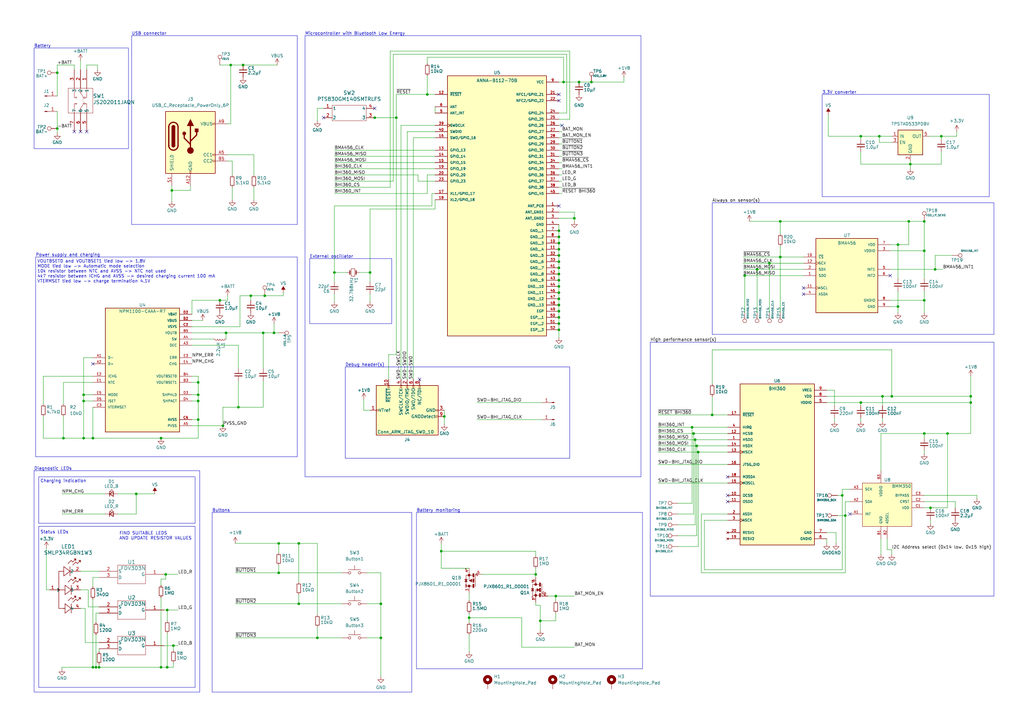
<source format=kicad_sch>
(kicad_sch (version 20230121) (generator eeschema)
  (paper "A3")
  (title_block (title "imu-mouse board") (date "2024-04-01") (rev "1.0") (company "Lassi Heikkilä"))
  (junction (at 353.06 165.1))
  (junction (at 292.1 170.18))
  (junction (at 130.175 261.62))
  (junction (at 70.485 78.105))
  (junction (at 137.16 111.76))
  (junction (at 55.88 202.565))
  (junction (at 365.76 162.56))
  (junction (at 229.235 112.395))
  (junction (at 229.235 130.175))
  (junction (at 66.04 273.685))
  (junction (at 229.235 104.775))
  (junction (at 39.37 273.685))
  (junction (at 284.48 177.8))
  (junction (at 221.615 254.635))
  (junction (at 368.3 125.73))
  (junction (at 92.71 136.525))
  (junction (at 285.75 182.88))
  (junction (at 99.695 26.67))
  (junction (at 229.235 132.715))
  (junction (at 229.235 120.015))
  (junction (at 242.57 33.655))
  (junction (at 227.965 244.475))
  (junction (at 320.04 90.805))
  (junction (at 372.745 90.805))
  (junction (at 40.64 273.685))
  (junction (at 229.235 114.935))
  (junction (at 68.58 250.19))
  (junction (at 229.235 127.635))
  (junction (at 368.3 100.33))
  (junction (at 151.765 111.76))
  (junction (at 229.235 102.235))
  (junction (at 97.79 167.005))
  (junction (at 320.04 105.41))
  (junction (at 26.035 179.705))
  (junction (at 34.29 161.925))
  (junction (at 379.095 123.19))
  (junction (at 81.28 156.845))
  (junction (at 346.71 211.455))
  (junction (at 229.235 125.095))
  (junction (at 175.26 38.735))
  (junction (at 381.635 208.28))
  (junction (at 156.21 261.62))
  (junction (at 361.95 162.56))
  (junction (at 156.21 247.65))
  (junction (at 310.515 110.49))
  (junction (at 229.235 117.475))
  (junction (at 91.44 174.625))
  (junction (at 219.71 235.585))
  (junction (at 229.235 94.615))
  (junction (at 398.145 165.1))
  (junction (at 66.04 179.705))
  (junction (at 360.68 55.88))
  (junction (at 23.495 52.705))
  (junction (at 237.49 33.655))
  (junction (at 229.235 99.695))
  (junction (at 182.245 170.815))
  (junction (at 153.685 48.26))
  (junction (at 81.28 164.465))
  (junction (at 373.38 67.31))
  (junction (at 94.615 26.67))
  (junction (at 231.14 33.655))
  (junction (at 386.08 55.88))
  (junction (at 229.235 109.855))
  (junction (at 379.095 90.805))
  (junction (at 229.235 122.555))
  (junction (at 23.495 29.845))
  (junction (at 388.62 177.8))
  (junction (at 229.235 135.255))
  (junction (at 81.28 161.925))
  (junction (at 122.555 222.885))
  (junction (at 38.1 179.705))
  (junction (at 162.56 48.26))
  (junction (at 38.1 273.685))
  (junction (at 379.095 177.8))
  (junction (at 68.58 273.685))
  (junction (at 34.29 179.705))
  (junction (at 229.235 107.315))
  (junction (at 81.28 172.085))
  (junction (at 235.585 89.535))
  (junction (at 90.17 123.19))
  (junction (at 398.145 162.56))
  (junction (at 102.87 121.285))
  (junction (at 122.555 247.65))
  (junction (at 112.395 136.525))
  (junction (at 315.595 107.95))
  (junction (at 283.845 175.26))
  (junction (at 383.54 110.49))
  (junction (at 285.115 180.34))
  (junction (at 353.06 55.88))
  (junction (at 67.945 235.585))
  (junction (at 379.095 102.87))
  (junction (at 286.385 185.42))
  (junction (at 345.44 203.2))
  (junction (at 229.235 97.155))
  (junction (at 108.585 121.285))
  (junction (at 107.95 136.525))
  (junction (at 305.435 113.03))
  (junction (at 192.405 253.365))
  (junction (at 34.29 164.465))
  (junction (at 114.3 234.95))
  (junction (at 71.12 264.795))
  (junction (at 114.3 222.885))
  (junction (at 180.975 226.06))
  (no_connect (at 153.67 44.45))
  (no_connect (at 230.505 51.435))
  (no_connect (at 33.02 53.975))
  (no_connect (at 38.1 149.225))
  (no_connect (at 348.615 210.82))
  (no_connect (at 35.56 53.975))
  (no_connect (at 132.715 48.26))
  (no_connect (at 298.45 195.58))
  (no_connect (at 329.565 120.65))
  (no_connect (at 365.125 113.03))
  (no_connect (at 229.235 41.275))
  (no_connect (at 298.45 203.2))
  (no_connect (at 329.565 118.11))
  (no_connect (at 172.085 155.575))
  (no_connect (at 30.48 53.975))
  (no_connect (at 229.235 38.735))
  (no_connect (at 298.45 205.74))
  (no_connect (at 229.235 84.455))
  (wire (pts (xy 292.1 170.18) (xy 298.45 170.18)))
  (wire (pts (xy 235.585 265.43) (xy 213.995 265.43)))
  (wire (pts (xy 114.3 222.885) (xy 114.3 226.695)))
  (wire (pts (xy 178.435 56.515) (xy 169.545 56.515)))
  (wire (pts (xy 122.555 222.885) (xy 122.555 238.76)))
  (wire (pts (xy 229.235 89.535) (xy 235.585 89.535)))
  (wire (pts (xy 23.495 26.67) (xy 23.495 29.845)))
  (wire (pts (xy 368.3 119.38) (xy 368.3 125.73)))
  (wire (pts (xy 365.125 125.73) (xy 368.3 125.73)))
  (wire (pts (xy 315.595 107.95) (xy 329.565 107.95)))
  (wire (pts (xy 278.13 210.82) (xy 284.48 210.82)))
  (wire (pts (xy 285.75 182.88) (xy 298.45 182.88)))
  (wire (pts (xy 219.71 248.285) (xy 221.615 248.285)))
  (wire (pts (xy 288.925 233.68) (xy 345.44 233.68)))
  (wire (pts (xy 368.3 125.73) (xy 368.3 128.27)))
  (wire (pts (xy 34.925 249.555) (xy 34.925 263.525)))
  (wire (pts (xy 388.62 208.28) (xy 388.62 177.8)))
  (wire (pts (xy 25.4 273.685) (xy 38.1 273.685)))
  (wire (pts (xy 17.78 179.705) (xy 26.035 179.705)))
  (wire (pts (xy 104.14 63.5) (xy 104.14 71.755)))
  (wire (pts (xy 180.975 226.06) (xy 180.975 233.045)))
  (wire (pts (xy 97.79 156.21) (xy 97.79 167.005)))
  (wire (pts (xy 363.855 220.98) (xy 363.855 225.425)))
  (wire (pts (xy 156.21 261.62) (xy 156.21 277.495)))
  (wire (pts (xy 151.765 111.76) (xy 151.765 115.57)))
  (wire (pts (xy 232.41 46.355) (xy 232.41 22.225)))
  (wire (pts (xy 130.175 261.62) (xy 140.335 261.62)))
  (wire (pts (xy 150.495 234.95) (xy 156.21 234.95)))
  (wire (pts (xy 178.435 53.975) (xy 167.005 53.975)))
  (wire (pts (xy 269.875 185.42) (xy 286.385 185.42)))
  (wire (pts (xy 287.655 210.82) (xy 287.655 234.95)))
  (wire (pts (xy 379.095 177.8) (xy 379.095 179.705)))
  (wire (pts (xy 269.875 180.34) (xy 285.115 180.34)))
  (wire (pts (xy 392.43 53.975) (xy 392.43 55.88)))
  (wire (pts (xy 242.57 33.655) (xy 255.905 33.655)))
  (wire (pts (xy 221.615 248.285) (xy 221.615 254.635)))
  (wire (pts (xy 372.745 90.805) (xy 379.095 90.805)))
  (wire (pts (xy 320.04 100.965) (xy 320.04 105.41)))
  (wire (pts (xy 292.1 157.48) (xy 292.1 143.51)))
  (wire (pts (xy 365.125 102.87) (xy 379.095 102.87)))
  (wire (pts (xy 213.995 265.43) (xy 213.995 253.365)))
  (wire (pts (xy 320.04 105.41) (xy 329.565 105.41)))
  (wire (pts (xy 286.385 185.42) (xy 298.45 185.42)))
  (wire (pts (xy 55.88 210.82) (xy 55.88 202.565)))
  (wire (pts (xy 361.95 162.56) (xy 361.95 166.37)))
  (wire (pts (xy 36.195 248.92) (xy 40.64 248.92)))
  (wire (pts (xy 137.16 120.65) (xy 137.16 123.825)))
  (wire (pts (xy 175.26 23.495) (xy 231.14 23.495)))
  (wire (pts (xy 230.505 53.975) (xy 229.235 53.975)))
  (wire (pts (xy 353.06 55.88) (xy 360.68 55.88)))
  (wire (pts (xy 298.45 210.82) (xy 287.655 210.82)))
  (wire (pts (xy 94.615 50.8) (xy 94.615 26.67)))
  (wire (pts (xy 229.235 127.635) (xy 229.235 130.175)))
  (wire (pts (xy 373.38 67.31) (xy 373.38 69.215)))
  (wire (pts (xy 298.45 213.36) (xy 288.925 213.36)))
  (wire (pts (xy 229.235 33.655) (xy 231.14 33.655)))
  (wire (pts (xy 230.505 61.595) (xy 229.235 61.595)))
  (wire (pts (xy 227.965 244.475) (xy 227.965 246.38)))
  (wire (pts (xy 182.245 168.275) (xy 182.245 170.815)))
  (wire (pts (xy 156.21 234.95) (xy 156.21 247.65)))
  (wire (pts (xy 39.37 260.35) (xy 39.37 273.685)))
  (wire (pts (xy 130.175 44.45) (xy 130.175 49.53)))
  (wire (pts (xy 97.79 141.605) (xy 97.79 151.13)))
  (wire (pts (xy 71.12 273.685) (xy 68.58 273.685)))
  (wire (pts (xy 122.555 222.885) (xy 130.175 222.885)))
  (wire (pts (xy 137.16 76.835) (xy 160.02 76.835)))
  (wire (pts (xy 48.26 202.565) (xy 55.88 202.565)))
  (wire (pts (xy 167.005 53.975) (xy 167.005 155.575)))
  (wire (pts (xy 278.13 224.155) (xy 286.385 224.155)))
  (wire (pts (xy 38.1 236.855) (xy 38.1 240.665)))
  (wire (pts (xy 38.1 245.745) (xy 38.1 273.685)))
  (wire (pts (xy 230.505 64.135) (xy 229.235 64.135)))
  (wire (pts (xy 130.175 252.095) (xy 130.175 222.885)))
  (wire (pts (xy 68.58 259.715) (xy 68.58 273.685)))
  (wire (pts (xy 162.56 48.26) (xy 162.56 145.415)))
  (wire (pts (xy 81.28 156.845) (xy 81.28 161.925)))
  (wire (pts (xy 177.165 84.455) (xy 137.16 84.455)))
  (wire (pts (xy 33.02 241.935) (xy 36.195 241.935)))
  (wire (pts (xy 161.29 22.225) (xy 161.29 74.295)))
  (wire (pts (xy 107.95 136.525) (xy 112.395 136.525)))
  (wire (pts (xy 342.265 160.02) (xy 342.265 166.37)))
  (wire (pts (xy 353.06 165.1) (xy 398.145 165.1)))
  (wire (pts (xy 34.29 164.465) (xy 38.1 164.465)))
  (wire (pts (xy 342.9 218.44) (xy 339.09 218.44)))
  (wire (pts (xy 36.195 241.935) (xy 36.195 248.92)))
  (wire (pts (xy 151.765 85.725) (xy 178.435 85.725)))
  (wire (pts (xy 175.26 26.035) (xy 175.26 23.495)))
  (wire (pts (xy 78.74 139.065) (xy 87.63 139.065)))
  (wire (pts (xy 368.3 100.33) (xy 365.125 100.33)))
  (wire (pts (xy 310.515 110.49) (xy 329.565 110.49)))
  (wire (pts (xy 343.535 203.2) (xy 345.44 203.2)))
  (wire (pts (xy 66.04 179.705) (xy 81.28 179.705)))
  (wire (pts (xy 353.06 55.88) (xy 353.06 57.15)))
  (wire (pts (xy 34.29 164.465) (xy 34.29 179.705)))
  (wire (pts (xy 285.75 219.71) (xy 285.75 182.88)))
  (wire (pts (xy 26.035 170.815) (xy 26.035 179.705)))
  (wire (pts (xy 229.235 120.015) (xy 229.235 122.555)))
  (wire (pts (xy 353.06 67.31) (xy 373.38 67.31)))
  (wire (pts (xy 38.1 273.685) (xy 39.37 273.685)))
  (wire (pts (xy 151.765 85.725) (xy 151.765 111.76)))
  (wire (pts (xy 315.595 107.95) (xy 315.595 128.27)))
  (wire (pts (xy 178.435 51.435) (xy 164.465 51.435)))
  (wire (pts (xy 38.1 156.845) (xy 26.035 156.845)))
  (wire (pts (xy 390.525 104.775) (xy 383.54 104.775)))
  (wire (pts (xy 66.04 240.03) (xy 66.04 237.49)))
  (wire (pts (xy 229.235 97.155) (xy 229.235 99.695)))
  (wire (pts (xy 107.95 151.13) (xy 107.95 136.525)))
  (wire (pts (xy 360.68 58.42) (xy 360.68 55.88)))
  (wire (pts (xy 90.17 123.19) (xy 93.345 123.19)))
  (wire (pts (xy 231.14 33.655) (xy 237.49 33.655)))
  (wire (pts (xy 23.495 45.72) (xy 23.495 52.705)))
  (wire (pts (xy 195.58 165.1) (xy 222.25 165.1)))
  (wire (pts (xy 68.58 250.19) (xy 73.025 250.19)))
  (wire (pts (xy 379.095 90.805) (xy 379.095 102.87)))
  (wire (pts (xy 178.435 74.295) (xy 171.45 74.295)))
  (wire (pts (xy 368.3 100.33) (xy 368.3 114.3)))
  (wire (pts (xy 339.09 160.02) (xy 342.265 160.02)))
  (wire (pts (xy 192.405 243.205) (xy 192.405 246.38)))
  (wire (pts (xy 71.12 271.78) (xy 71.12 273.685)))
  (wire (pts (xy 381.635 213.36) (xy 381.635 214.63)))
  (wire (pts (xy 269.875 182.88) (xy 285.75 182.88)))
  (wire (pts (xy 38.1 167.005) (xy 38.1 179.705)))
  (wire (pts (xy 137.16 111.76) (xy 142.24 111.76)))
  (wire (pts (xy 361.315 220.98) (xy 361.315 227.33)))
  (wire (pts (xy 25.4 210.82) (xy 43.18 210.82)))
  (wire (pts (xy 285.115 215.265) (xy 285.115 180.34)))
  (wire (pts (xy 398.145 162.56) (xy 398.145 165.1)))
  (wire (pts (xy 102.87 123.19) (xy 102.87 121.285)))
  (wire (pts (xy 283.845 175.26) (xy 298.45 175.26)))
  (wire (pts (xy 232.41 22.225) (xy 161.29 22.225)))
  (wire (pts (xy 175.26 31.115) (xy 175.26 38.735)))
  (wire (pts (xy 40.005 26.67) (xy 35.56 26.67)))
  (wire (pts (xy 379.095 203.2) (xy 400.685 203.2)))
  (wire (pts (xy 345.44 200.66) (xy 348.615 200.66)))
  (wire (pts (xy 78.74 164.465) (xy 81.28 164.465)))
  (wire (pts (xy 307.34 90.805) (xy 320.04 90.805)))
  (wire (pts (xy 94.615 26.67) (xy 99.695 26.67)))
  (wire (pts (xy 304.8 113.03) (xy 305.435 113.03)))
  (wire (pts (xy 231.14 23.495) (xy 231.14 33.655)))
  (wire (pts (xy 23.495 29.845) (xy 23.495 39.37)))
  (wire (pts (xy 92.71 136.525) (xy 92.71 139.065)))
  (wire (pts (xy 78.74 174.625) (xy 91.44 174.625)))
  (wire (pts (xy 392.43 55.88) (xy 386.08 55.88)))
  (wire (pts (xy 383.54 104.775) (xy 383.54 110.49)))
  (wire (pts (xy 363.855 225.425) (xy 365.76 225.425)))
  (wire (pts (xy 365.76 58.42) (xy 360.68 58.42)))
  (wire (pts (xy 19.05 224.79) (xy 19.05 241.935)))
  (wire (pts (xy 180.975 222.885) (xy 180.975 226.06)))
  (wire (pts (xy 67.31 235.585) (xy 67.945 235.585)))
  (wire (pts (xy 391.795 205.74) (xy 391.795 208.28)))
  (wire (pts (xy 373.38 66.04) (xy 373.38 67.31)))
  (wire (pts (xy 112.395 132.715) (xy 112.395 136.525)))
  (wire (pts (xy 278.13 219.71) (xy 285.75 219.71)))
  (wire (pts (xy 346.71 234.95) (xy 346.71 211.455)))
  (wire (pts (xy 229.235 112.395) (xy 229.235 114.935)))
  (wire (pts (xy 381.635 208.28) (xy 379.095 208.28)))
  (wire (pts (xy 229.235 48.895) (xy 233.68 48.895)))
  (wire (pts (xy 67.945 237.49) (xy 67.945 235.585)))
  (wire (pts (xy 122.555 243.84) (xy 122.555 247.65)))
  (wire (pts (xy 92.71 136.525) (xy 107.95 136.525)))
  (wire (pts (xy 93.345 121.285) (xy 93.345 123.19)))
  (wire (pts (xy 284.48 210.82) (xy 284.48 177.8)))
  (wire (pts (xy 213.995 253.365) (xy 192.405 253.365)))
  (wire (pts (xy 153.67 48.26) (xy 153.685 48.26)))
  (wire (pts (xy 95.25 66.04) (xy 95.25 71.755)))
  (wire (pts (xy 346.71 205.74) (xy 348.615 205.74)))
  (wire (pts (xy 235.585 89.535) (xy 235.585 90.805)))
  (wire (pts (xy 78.74 141.605) (xy 97.79 141.605)))
  (wire (pts (xy 39.37 251.46) (xy 39.37 255.27)))
  (wire (pts (xy 398.145 177.8) (xy 388.62 177.8)))
  (wire (pts (xy 116.205 120.015) (xy 116.205 121.285)))
  (wire (pts (xy 150.495 247.65) (xy 156.21 247.65)))
  (wire (pts (xy 17.78 170.815) (xy 17.78 179.705)))
  (wire (pts (xy 372.745 90.805) (xy 372.745 100.33)))
  (wire (pts (xy 162.56 38.735) (xy 175.26 38.735)))
  (wire (pts (xy 90.17 26.67) (xy 94.615 26.67)))
  (wire (pts (xy 113.665 26.67) (xy 99.695 26.67)))
  (wire (pts (xy 229.235 109.855) (xy 229.235 112.395)))
  (wire (pts (xy 230.505 51.435) (xy 229.235 51.435)))
  (wire (pts (xy 229.235 92.075) (xy 229.235 94.615)))
  (wire (pts (xy 78.74 156.845) (xy 81.28 156.845)))
  (wire (pts (xy 175.26 38.735) (xy 178.435 38.735)))
  (wire (pts (xy 78.74 161.925) (xy 81.28 161.925)))
  (wire (pts (xy 269.875 177.8) (xy 284.48 177.8)))
  (wire (pts (xy 379.095 184.785) (xy 379.095 186.055)))
  (wire (pts (xy 137.16 115.57) (xy 137.16 111.76)))
  (wire (pts (xy 71.12 264.795) (xy 71.12 266.7)))
  (wire (pts (xy 180.975 233.045) (xy 192.405 233.045)))
  (wire (pts (xy 224.79 244.475) (xy 227.965 244.475)))
  (wire (pts (xy 175.26 71.755) (xy 175.26 79.375)))
  (wire (pts (xy 222.25 172.085) (xy 195.58 172.085)))
  (wire (pts (xy 379.095 102.87) (xy 379.095 114.3)))
  (wire (pts (xy 160.02 20.955) (xy 160.02 76.835)))
  (wire (pts (xy 34.925 263.525) (xy 40.64 263.525)))
  (wire (pts (xy 33.02 234.315) (xy 40.64 234.315)))
  (wire (pts (xy 39.37 273.685) (xy 40.64 273.685)))
  (wire (pts (xy 343.535 211.455) (xy 346.71 211.455)))
  (wire (pts (xy 229.235 130.175) (xy 229.235 132.715)))
  (wire (pts (xy 33.02 249.555) (xy 34.925 249.555)))
  (wire (pts (xy 40.005 28.575) (xy 40.005 26.67)))
  (wire (pts (xy 219.71 227.965) (xy 219.71 226.06)))
  (wire (pts (xy 93.345 63.5) (xy 104.14 63.5)))
  (wire (pts (xy 17.78 154.305) (xy 17.78 165.735)))
  (wire (pts (xy 177.165 79.375) (xy 177.165 84.455)))
  (wire (pts (xy 107.95 167.005) (xy 97.79 167.005)))
  (wire (pts (xy 219.71 233.045) (xy 219.71 235.585)))
  (wire (pts (xy 219.71 247.015) (xy 219.71 248.285)))
  (wire (pts (xy 104.14 76.835) (xy 104.14 81.915)))
  (wire (pts (xy 229.235 104.775) (xy 229.235 107.315)))
  (wire (pts (xy 95.25 66.04) (xy 93.345 66.04)))
  (wire (pts (xy 292.1 143.51) (xy 365.76 143.51)))
  (wire (pts (xy 137.16 69.215) (xy 178.435 69.215)))
  (wire (pts (xy 285.115 180.34) (xy 298.45 180.34)))
  (wire (pts (xy 229.235 132.715) (xy 229.235 135.255)))
  (wire (pts (xy 361.315 177.8) (xy 361.315 193.04)))
  (wire (pts (xy 162.56 145.415) (xy 159.385 145.415)))
  (wire (pts (xy 346.71 211.455) (xy 346.71 205.74)))
  (wire (pts (xy 288.925 213.36) (xy 288.925 233.68)))
  (wire (pts (xy 150.495 261.62) (xy 156.21 261.62)))
  (wire (pts (xy 233.68 20.955) (xy 160.02 20.955)))
  (wire (pts (xy 192.405 251.46) (xy 192.405 253.365)))
  (wire (pts (xy 26.035 156.845) (xy 26.035 165.735)))
  (wire (pts (xy 68.58 273.685) (xy 66.04 273.685)))
  (wire (pts (xy 383.54 110.49) (xy 386.715 110.49)))
  (wire (pts (xy 379.095 177.8) (xy 361.315 177.8)))
  (wire (pts (xy 98.425 121.285) (xy 98.425 133.985)))
  (wire (pts (xy 98.425 121.285) (xy 102.87 121.285)))
  (wire (pts (xy 269.875 170.18) (xy 292.1 170.18)))
  (wire (pts (xy 40.64 266.065) (xy 40.64 267.335)))
  (wire (pts (xy 365.125 123.19) (xy 379.095 123.19)))
  (wire (pts (xy 93.345 50.8) (xy 94.615 50.8)))
  (wire (pts (xy 137.16 66.675) (xy 178.435 66.675)))
  (wire (pts (xy 398.145 154.305) (xy 398.145 162.56)))
  (wire (pts (xy 164.465 51.435) (xy 164.465 155.575)))
  (wire (pts (xy 339.725 55.88) (xy 353.06 55.88)))
  (wire (pts (xy 25.4 202.565) (xy 43.18 202.565)))
  (wire (pts (xy 287.655 234.95) (xy 346.71 234.95)))
  (wire (pts (xy 379.095 119.38) (xy 379.095 123.19)))
  (wire (pts (xy 33.02 24.765) (xy 33.02 28.575)))
  (wire (pts (xy 233.68 48.895) (xy 233.68 20.955)))
  (wire (pts (xy 353.06 62.23) (xy 353.06 67.31)))
  (wire (pts (xy 17.78 154.305) (xy 38.1 154.305)))
  (wire (pts (xy 97.79 167.005) (xy 91.44 167.005)))
  (wire (pts (xy 304.8 105.41) (xy 320.04 105.41)))
  (wire (pts (xy 221.615 254.635) (xy 221.615 258.445)))
  (wire (pts (xy 178.435 43.815) (xy 178.435 46.355)))
  (wire (pts (xy 192.405 253.365) (xy 192.405 255.27)))
  (wire (pts (xy 116.205 121.285) (xy 108.585 121.285)))
  (wire (pts (xy 269.875 198.12) (xy 298.45 198.12)))
  (wire (pts (xy 78.74 136.525) (xy 92.71 136.525)))
  (wire (pts (xy 137.16 79.375) (xy 175.26 79.375)))
  (wire (pts (xy 304.8 110.49) (xy 310.515 110.49)))
  (wire (pts (xy 379.095 123.19) (xy 379.095 128.27)))
  (wire (pts (xy 130.175 257.175) (xy 130.175 261.62)))
  (wire (pts (xy 70.485 78.105) (xy 70.485 82.55)))
  (wire (pts (xy 171.45 74.295) (xy 171.45 71.755)))
  (wire (pts (xy 114.3 136.525) (xy 112.395 136.525)))
  (wire (pts (xy 229.235 69.215) (xy 230.505 69.215)))
  (wire (pts (xy 137.16 84.455) (xy 137.16 111.76)))
  (wire (pts (xy 292.1 162.56) (xy 292.1 170.18)))
  (wire (pts (xy 137.16 71.755) (xy 171.45 71.755)))
  (wire (pts (xy 400.685 203.2) (xy 400.685 204.47)))
  (wire (pts (xy 230.505 66.675) (xy 229.235 66.675)))
  (wire (pts (xy 229.235 79.375) (xy 230.505 79.375)))
  (wire (pts (xy 339.09 220.98) (xy 339.09 222.885)))
  (wire (pts (xy 342.9 218.44) (xy 342.9 222.885)))
  (wire (pts (xy 81.28 161.925) (xy 81.28 164.465)))
  (wire (pts (xy 122.555 247.65) (xy 140.335 247.65)))
  (wire (pts (xy 78.105 78.105) (xy 70.485 78.105)))
  (wire (pts (xy 361.95 162.56) (xy 365.76 162.56)))
  (wire (pts (xy 151.765 120.65) (xy 151.765 123.825)))
  (wire (pts (xy 379.095 205.74) (xy 391.795 205.74)))
  (wire (pts (xy 229.235 86.995) (xy 235.585 86.995)))
  (wire (pts (xy 71.12 264.795) (xy 73.025 264.795)))
  (wire (pts (xy 229.235 102.235) (xy 229.235 104.775)))
  (wire (pts (xy 96.52 261.62) (xy 130.175 261.62)))
  (wire (pts (xy 229.235 99.695) (xy 229.235 102.235)))
  (wire (pts (xy 388.62 177.8) (xy 379.095 177.8)))
  (wire (pts (xy 353.06 171.45) (xy 353.06 172.72)))
  (wire (pts (xy 34.29 161.925) (xy 34.29 164.465)))
  (wire (pts (xy 284.48 177.8) (xy 298.45 177.8)))
  (wire (pts (xy 192.405 260.35) (xy 192.405 267.335)))
  (wire (pts (xy 227.965 254.635) (xy 221.615 254.635)))
  (wire (pts (xy 235.585 86.995) (xy 235.585 89.535)))
  (wire (pts (xy 229.235 94.615) (xy 229.235 97.155)))
  (wire (pts (xy 320.04 90.805) (xy 372.745 90.805)))
  (wire (pts (xy 38.1 179.705) (xy 66.04 179.705)))
  (wire (pts (xy 230.505 56.515) (xy 229.235 56.515)))
  (wire (pts (xy 345.44 233.68) (xy 345.44 203.2)))
  (wire (pts (xy 339.725 46.99) (xy 339.725 55.88)))
  (wire (pts (xy 95.25 76.835) (xy 95.25 81.915)))
  (wire (pts (xy 81.28 164.465) (xy 81.28 172.085)))
  (wire (pts (xy 70.485 76.2) (xy 70.485 78.105)))
  (wire (pts (xy 96.52 247.65) (xy 122.555 247.65)))
  (wire (pts (xy 286.385 224.155) (xy 286.385 185.42)))
  (wire (pts (xy 342.265 171.45) (xy 342.265 172.72)))
  (wire (pts (xy 237.49 33.655) (xy 242.57 33.655)))
  (wire (pts (xy 153.685 48.26) (xy 162.56 48.26)))
  (wire (pts (xy 339.09 162.56) (xy 361.95 162.56)))
  (wire (pts (xy 381.635 208.28) (xy 388.62 208.28)))
  (wire (pts (xy 26.035 179.705) (xy 34.29 179.705)))
  (wire (pts (xy 159.385 145.415) (xy 159.385 155.575)))
  (wire (pts (xy 19.05 241.935) (xy 20.32 241.935)))
  (wire (pts (xy 320.04 90.805) (xy 320.04 95.885)))
  (wire (pts (xy 78.74 131.445) (xy 83.185 131.445)))
  (wire (pts (xy 219.71 235.585) (xy 219.71 236.855)))
  (wire (pts (xy 229.235 135.255) (xy 229.235 138.43)))
  (wire (pts (xy 34.29 146.685) (xy 34.29 161.925)))
  (wire (pts (xy 68.58 250.19) (xy 68.58 254.635)))
  (wire (pts (xy 67.31 250.19) (xy 68.58 250.19)))
  (wire (pts (xy 255.905 31.75) (xy 255.905 33.655)))
  (wire (pts (xy 269.875 190.5) (xy 298.45 190.5)))
  (wire (pts (xy 38.1 161.925) (xy 34.29 161.925)))
  (wire (pts (xy 278.13 215.265) (xy 285.115 215.265)))
  (wire (pts (xy 169.545 56.515) (xy 169.545 155.575)))
  (wire (pts (xy 365.76 225.425) (xy 365.76 227.33)))
  (wire (pts (xy 269.875 175.26) (xy 283.845 175.26)))
  (wire (pts (xy 235.585 244.475) (xy 227.965 244.475)))
  (wire (pts (xy 229.235 46.355) (xy 232.41 46.355)))
  (wire (pts (xy 81.28 179.705) (xy 81.28 172.085)))
  (wire (pts (xy 149.225 168.275) (xy 151.765 168.275)))
  (wire (pts (xy 283.845 206.375) (xy 283.845 175.26)))
  (wire (pts (xy 66.04 245.11) (xy 66.04 273.685)))
  (wire (pts (xy 162.56 38.735) (xy 162.56 48.26)))
  (wire (pts (xy 114.3 231.775) (xy 114.3 234.95)))
  (wire (pts (xy 386.08 55.88) (xy 381 55.88)))
  (wire (pts (xy 23.495 26.67) (xy 30.48 26.67)))
  (wire (pts (xy 35.56 26.67) (xy 35.56 28.575)))
  (wire (pts (xy 96.52 222.885) (xy 114.3 222.885)))
  (wire (pts (xy 137.16 64.135) (xy 178.435 64.135)))
  (wire (pts (xy 229.235 114.935) (xy 229.235 117.475)))
  (wire (pts (xy 182.245 170.815) (xy 182.245 173.99)))
  (wire (pts (xy 360.68 55.88) (xy 365.76 55.88)))
  (wire (pts (xy 345.44 203.2) (xy 345.44 200.66)))
  (wire (pts (xy 147.32 111.76) (xy 151.765 111.76)))
  (wire (pts (xy 67.31 264.795) (xy 71.12 264.795)))
  (wire (pts (xy 66.04 237.49) (xy 67.945 237.49)))
  (wire (pts (xy 107.95 156.21) (xy 107.95 167.005)))
  (wire (pts (xy 81.28 172.085) (xy 78.74 172.085)))
  (wire (pts (xy 130.175 44.45) (xy 132.715 44.45)))
  (wire (pts (xy 34.29 179.705) (xy 38.1 179.705)))
  (wire (pts (xy 365.76 143.51) (xy 365.76 162.56)))
  (wire (pts (xy 339.09 165.1) (xy 353.06 165.1)))
  (wire (pts (xy 386.08 55.88) (xy 386.08 57.15)))
  (wire (pts (xy 305.435 113.03) (xy 305.435 128.27)))
  (wire (pts (xy 91.44 167.005) (xy 91.44 174.625)))
  (wire (pts (xy 365.125 110.49) (xy 383.54 110.49)))
  (wire (pts (xy 229.235 117.475) (xy 229.235 120.015)))
  (wire (pts (xy 156.21 247.65) (xy 156.21 261.62)))
  (wire (pts (xy 153.67 44.45) (xy 153.685 44.45)))
  (wire (pts (xy 149.225 163.83) (xy 149.225 168.275)))
  (wire (pts (xy 386.08 62.23) (xy 386.08 67.31)))
  (wire (pts (xy 48.26 210.82) (xy 55.88 210.82)))
  (wire (pts (xy 229.235 74.295) (xy 230.505 74.295)))
  (wire (pts (xy 40.64 273.685) (xy 66.04 273.685)))
  (wire (pts (xy 305.435 113.03) (xy 329.565 113.03)))
  (wire (pts (xy 81.28 154.305) (xy 81.28 156.845)))
  (wire (pts (xy 78.74 154.305) (xy 81.28 154.305)))
  (wire (pts (xy 278.13 206.375) (xy 283.845 206.375)))
  (wire (pts (xy 98.425 133.985) (xy 78.74 133.985)))
  (wire (pts (xy 96.52 234.95) (xy 114.3 234.95)))
  (wire (pts (xy 178.435 79.375) (xy 177.165 79.375)))
  (wire (pts (xy 398.145 165.1) (xy 398.145 177.8)))
  (wire (pts (xy 229.235 122.555) (xy 229.235 125.095)))
  (wire (pts (xy 178.435 81.915) (xy 178.435 85.725)))
  (wire (pts (xy 102.87 121.285) (xy 108.585 121.285)))
  (wire (pts (xy 137.16 74.295) (xy 161.29 74.295)))
  (wire (pts (xy 197.485 235.585) (xy 219.71 235.585)))
  (wire (pts (xy 229.235 71.755) (xy 230.505 71.755)))
  (wire (pts (xy 25.4 274.32) (xy 25.4 273.685)))
  (wire (pts (xy 40.64 272.415) (xy 40.64 273.685)))
  (wire (pts (xy 229.235 76.835) (xy 230.505 76.835)))
  (wire (pts (xy 227.965 251.46) (xy 227.965 254.635)))
  (wire (pts (xy 114.3 222.885) (xy 122.555 222.885)))
  (wire (pts (xy 365.76 162.56) (xy 398.145 162.56)))
  (wire (pts (xy 55.88 202.565) (xy 63.5 202.565)))
  (wire (pts (xy 30.48 26.67) (xy 30.48 28.575)))
  (wire (pts (xy 137.16 61.595) (xy 178.435 61.595)))
  (wire (pts (xy 23.495 52.705) (xy 23.495 54.61)))
  (wire (pts (xy 67.945 235.585) (xy 73.025 235.585)))
  (wire (pts (xy 229.235 107.315) (xy 229.235 109.855)))
  (wire (pts (xy 219.71 226.06) (xy 180.975 226.06)))
  (wire (pts (xy 78.74 123.19) (xy 90.17 123.19)))
  (wire (pts (xy 304.8 107.95) (xy 315.595 107.95)))
  (wire (pts (xy 320.04 105.41) (xy 320.04 128.27)))
  (wire (pts (xy 78.74 123.19) (xy 78.74 128.905)))
  (wire (pts (xy 178.435 71.755) (xy 175.26 71.755)))
  (wire (pts (xy 368.3 100.33) (xy 372.745 100.33)))
  (wire (pts (xy 229.235 125.095) (xy 229.235 127.635)))
  (wire (pts (xy 386.08 67.31) (xy 373.38 67.31)))
  (wire (pts (xy 353.06 165.1) (xy 353.06 166.37)))
  (wire (pts (xy 361.95 171.45) (xy 361.95 172.72)))
  (wire (pts (xy 310.515 110.49) (xy 310.515 128.27)))
  (wire (pts (xy 78.105 76.2) (xy 78.105 78.105)))
  (wire (pts (xy 230.505 59.055) (xy 229.235 59.055)))
  (wire (pts (xy 40.64 251.46) (xy 39.37 251.46)))
  (wire (pts (xy 114.3 234.95) (xy 140.335 234.95)))
  (wire (pts (xy 38.1 146.685) (xy 34.29 146.685)))
  (wire (pts (xy 40.64 236.855) (xy 38.1 236.855)))
  (rectangle (start 14.605 105.41) (end 121.92 187.325))
  (rectangle (start 13.97 19.685) (end 52.705 60.96))
  (rectangle (start 292.1 83.185) (end 407.67 137.16))
  (rectangle (start 86.995 210.185) (end 168.91 283.845))
  (rectangle (start 170.815 210.185) (end 263.525 274.32))
  (rectangle (start 141.605 150.495) (end 233.68 187.96))
  (rectangle (start 266.7 140.335) (end 407.67 244.475))
  (rectangle (start 337.185 38.735) (end 405.765 80.645))
  (rectangle (start 125.095 14.605) (end 262.89 195.58))
  (rectangle (start 15.875 195.58) (end 80.01 214.63))
  (rectangle (start 53.975 14.605) (end 121.92 92.075))
  (rectangle (start 13.97 193.04) (end 81.915 283.845))
  (rectangle (start 127 106.045) (end 160.655 132.715))
  (rectangle (start 15.875 215.9) (end 80.01 281.94))
  (text "USB connector" (at 53.975 14.605 0) (effects (font (size 1.27 1.27)) (justify left bottom)))
  (text "Microcontroller with Bluetooth Low Energy" (at 125.095 14.605 0) (effects (font (size 1.27 1.27)) (justify left bottom)))
  (text "Power supply and charging" (at 14.605 105.41 0) (effects (font (size 1.27 1.27)) (justify left bottom)))
  (text "External oscillator" (at 127 106.045 0) (effects (font (size 1.27 1.27)) (justify left bottom)))
  (text "VOUTBSET0 and VOUTBSET1 tied low -> 1.8V\nMODE tied low -> Automatic mode selection\n10k resistor between NTC and AVSS -> NTC not used\n4k7 resistor between ICHG and AVSS -> desired charging current 100 mA\nVTERMSET tied low -> charge termination 4.1V\n" (at 15.24 116.205 0) (effects (font (size 1.27 1.27)) (justify left bottom)))
  (text "FIND SUITABLE LEDS\nAND UPDATE RESISTOR VALUES" (at 48.895 221.615 0) (effects (font (size 1.27 1.27)) (justify left bottom)))
  (text "Diagnostic LEDs" (at 13.97 193.04 0) (effects (font (size 1.27 1.27)) (justify left bottom)))
  (text "Debug header(s)" (at 141.605 150.495 0) (effects (font (size 1.27 1.27)) (justify left bottom)))
  (text "Buttons" (at 86.995 210.185 0) (effects (font (size 1.27 1.27)) (justify left bottom)))
  (text "Battery monitoring" (at 170.815 210.185 0) (effects (font (size 1.27 1.27)) (justify left bottom)))
  (text "Status LEDs" (at 16.51 219.075 0) (effects (font (size 1.27 1.27)) (justify left bottom)))
  (text "Charging indication" (at 16.51 198.12 0) (effects (font (size 1.27 1.27)) (justify left bottom)))
  (text "Battery" (at 13.97 19.685 0) (effects (font (size 1.27 1.27)) (justify left bottom)))
  (text "3.3V converter" (at 337.185 38.735 0) (effects (font (size 1.27 1.27)) (justify left bottom)))
  (label "BMA456_CLK" (at 304.8 107.95 0))
  (label "-BATT" (at 23.495 52.705 0))
  (label "BHI360_CLK" (at 137.16 69.215 0))
  (label "BMA456_INT1" (at 386.715 110.49 0))
  (label "BAT_MON_EN" (at 235.585 244.475 0))
  (label "~{BUTTON2}" (at 96.52 247.65 0))
  (label "NPM_CHG" (at 78.74 149.225 0))
  (label "Always on sensor(s)" (at 292.1 83.185 0))
  (label "BMA456_MISO" (at 304.8 113.03 0))
  (label "LED_G" (at 73.025 250.19 0))
  (label "SWD-BHI_JTAG_DIO" (at 195.58 165.1 0))
  (label "BHI360_CLK" (at 269.875 185.42 0))
  (label "BHI360_INT" (at 137.16 79.375 0))
  (label "BMA456_MISO" (at 137.16 64.135 0))
  (label "SWD-SWCLK" (at 164.465 155.575 90))
  (label "BHI360_MOSI" (at 269.875 182.88 0))
  (label "BHI360_MOSI" (at 137.16 74.295 0))
  (label "~{BUTTON2}" (at 230.505 61.595 0))
  (label "High performance sensor(s)" (at 266.7 140.335 0))
  (label "SWD-SWO" (at 169.545 155.575 90))
  (label "LED_R" (at 73.025 235.585 0))
  (label "SWD-BHI_JTAG_CLK" (at 195.58 172.085 0))
  (label "~{BMA456_CS}" (at 230.505 66.675 0))
  (label "~{BUTTON1}" (at 96.52 234.95 0))
  (label "BHI360_CS" (at 137.16 76.835 0))
  (label "LED_R" (at 230.505 71.755 0))
  (label "BAT_MON" (at 235.585 265.43 0))
  (label "+BATT" (at 23.495 26.67 0))
  (label "BHI360_INT" (at 269.875 175.26 0))
  (label "~{RESET BHI360}" (at 269.875 170.18 0))
  (label "BHI360_MISO" (at 269.875 180.34 0))
  (label "BMA456_MOSI" (at 304.8 110.49 0))
  (label "PVSS_GND" (at 91.44 174.625 0))
  (label "BHI360_MISO" (at 137.16 71.755 0))
  (label "LED_B" (at 73.025 264.795 0))
  (label "BHI360_CS" (at 269.875 177.8 0))
  (label "~{BUTTON3}" (at 230.505 64.135 0))
  (label "BMA456_INT1" (at 230.505 69.215 0))
  (label "SWD-BHI_JTAG_DIO" (at 269.875 190.5 0))
  (label "LED_B" (at 230.505 76.835 0))
  (label "NPM_CHG" (at 25.4 202.565 0))
  (label "NPM_ERR" (at 78.74 146.685 0))
  (label "~{RESET}" (at 162.56 38.735 0))
  (label "~{BMA456_CS}" (at 304.8 105.41 0))
  (label "NPM_ERR" (at 25.4 210.82 0))
  (label "BMA456_MOSI" (at 137.16 66.675 0))
  (label "BAT_MON" (at 230.505 53.975 0))
  (label "~{RESET BHI360}" (at 230.505 79.375 0))
  (label "BAT_MON_EN" (at 230.505 56.515 0))
  (label "SWD-BHI_JTAG_CLK" (at 269.875 198.12 0))
  (label "I2C Address select (0x14 low, 0x15 high)" (at 365.76 225.425 0))
  (label "~{BUTTON1}" (at 230.505 59.055 0))
  (label "~{BUTTON3}" (at 96.52 261.62 0))
  (label "LED_G" (at 230.505 74.295 0))
  (label "BMA456_CLK" (at 137.16 61.595 0))
  (label "SWD-SWDIO" (at 167.005 155.575 90))
  (symbol (lib_id "Device:R_Small") (at 66.04 242.57 0) (unit 1)
    (property "Reference" "R6" (at 67.31 241.3 0) (effects (justify left)))
    (property "Value" "1MΩ" (at 67.31 243.205 0) (effects (justify left)))
    (property "Footprint" "Resistor_SMD:R_0805_2012Metric" (effects hide))
    (property "Datasheet" "https://www.yageo.com/upload/media/product/products/datasheet/rchip/PYu-RC_Group_51_RoHS_L_12.pdf" (effects hide))
    (property "MANUFACTURER" "YAGEO" (effects hide))
    (property "Price" "0.09" (effects hide))
    (property "Purchase-URL" "https://www.digikey.fi/en/products/detail/yageo/RC0805FR-071ML/727445" (effects hide))
    (property "DigiKey_Part_Number" "RC0805FR-071ML" (effects hide))
  )
  (symbol (lib_id "Connector:TestPoint") (at 23.495 29.845 90) (unit 1)
    (property "Reference" "TP1" (at 17.145 29.21 90))
    (property "Value" "BAT+" (at 17.145 31.115 90))
    (property "Footprint" "TestPoint:TestPoint_Pad_D1.0mm" (effects hide))
  )
  (symbol (lib_id "power:GND") (at 66.04 179.705 0) (unit 1)
    (property "Reference" "#PWR07" (effects hide))
    (property "Value" "GND" (at 66.04 183.515 0))
  )
  (symbol (lib_id "power:+1V8") (at 255.905 31.75 0) (unit 1)
    (property "Reference" "#PWR033" (effects hide))
    (property "Value" "+1V8" (at 255.905 27.94 0))
  )
  (symbol (lib_id "power:GND") (at 361.315 227.33 0) (unit 1)
    (property "Reference" "#PWR040" (effects hide))
    (property "Value" "GND" (at 361.315 231.14 0))
  )
  (symbol (lib_id "BHI360:BHI360") (at 318.77 190.5 0) (unit 1)
    (property "Reference" "U6" (at 318.77 156.21 0))
    (property "Value" "BHI360" (at 318.77 159.385 0))
    (property "Footprint" "BHI360:XDCR_BHI360" (effects hide))
    (property "Datasheet" "https://www.bosch-sensortec.com/media/boschsensortec/downloads/datasheets/bst-bhi360-ds000.pdf" (effects hide))
    (property "MANUFACTURER" "Bosch Sensortec" (effects hide))
    (property "Purchase-URL" "https://www.digikey.fi/en/products/detail/bosch-sensortec/bhi360/19522587" (effects hide))
    (property "Price" "6.04" (effects hide))
    (property "DigiKey_Part_Number" "bhi360" (effects hide))
  )
  (symbol (lib_id "Device:R_Small") (at 130.175 254.635 0) (unit 1)
    (property "Reference" "R13" (at 131.445 253.365 0) (effects (justify left)))
    (property "Value" "10kΩ" (at 131.445 255.27 0) (effects (justify left)))
    (property "Footprint" "Resistor_SMD:R_0805_2012Metric" (effects hide))
    (property "Datasheet" "https://www.yageo.com/upload/media/product/app/datasheet/rchip/pyu-rt_1-to-0.01_rohs_l.pdf" (effects hide))
    (property "MANUFACTURER" "YAGEO" (effects hide))
    (property "Price" "0.09" (effects hide))
    (property "Purchase-URL" "https://www.digikey.fi/en/products/detail/yageo/RT0805FRE0710KL/1078908" (effects hide))
    (property "DigiKey_Part_Number" "RT0805FRE0710KL" (effects hide))
  )
  (symbol (lib_id "power:GND") (at 99.695 31.75 0) (unit 1)
    (property "Reference" "#PWR015" (effects hide))
    (property "Value" "GND" (at 99.695 35.56 0))
  )
  (symbol (lib_id "power:GND") (at 339.09 222.885 0) (unit 1)
    (property "Reference" "#PWR035" (effects hide))
    (property "Value" "GND" (at 339.09 226.695 0))
  )
  (symbol (lib_id "2024-04-05_17-40-27:FDV303N") (at 53.34 250.19 180) (unit 1)
    (property "Reference" "U2" (at 53.975 245.11 0) (effects (font (size 1.524 1.524))))
    (property "Value" "FDV303N" (at 54.61 247.65 0) (effects (font (size 1.524 1.524))))
    (property "Footprint" "FDV303N:SOT-23-3L_FAS" (effects hide))
    (property "Datasheet" "https://www.onsemi.com/pdf/datasheet/fdv303n-d.pdf" (effects hide))
    (property "MANUFACTURER" "onsemi" (effects hide))
    (property "Price" "0.37" (effects hide))
    (property "Purchase-URL" "https://www.digikey.fi/en/products/detail/onsemi/FDV303N/458853" (effects hide))
    (property "DigiKey_Part_Number" "FDV303N" (effects hide))
  )
  (symbol (lib_id "power:GND") (at 25.4 274.32 0) (unit 1)
    (property "Reference" "#PWR03" (effects hide))
    (property "Value" "GND" (at 25.4 278.13 0))
  )
  (symbol (lib_id "Device:R_Small") (at 192.405 257.81 0) (unit 1)
    (property "Reference" "R16" (at 193.675 256.54 0) (effects (justify left)))
    (property "Value" "220kΩ" (at 193.675 258.445 0) (effects (justify left)))
    (property "Footprint" "Resistor_SMD:R_0805_2012Metric" (effects hide))
    (property "Datasheet" "https://www.yageo.com/upload/media/product/app/datasheet/rchip/pyu-rt_1-to-0.01_rohs_l.pdf" (effects hide))
    (property "MANUFACTURER" "YAGEO" (effects hide))
    (property "Price" "0.09" (effects hide))
    (property "Purchase-URL" "https://www.digikey.fi/en/products/detail/yageo/RT0805FRE07220KL/1079073" (effects hide))
    (property "DigiKey_Part_Number" "RT0805FRE07220KL" (effects hide))
  )
  (symbol (lib_id "Mechanical:MountingHole_Pad") (at 250.825 280.035 0) (unit 1)
    (property "Reference" "H3" (at 253.365 277.495 0) (effects (justify left)))
    (property "Value" "MountingHole_Pad" (at 253.365 280.035 0) (effects (justify left)))
    (property "Footprint" "MountingHole:MountingHole_3.5mm_Pad" (effects hide))
  )
  (symbol (lib_id "power:GND") (at 379.095 128.27 0) (unit 1)
    (property "Reference" "#PWR045" (effects hide))
    (property "Value" "GND" (at 379.095 132.08 0))
  )
  (symbol (lib_id "power:GND") (at 192.405 267.335 0) (unit 1)
    (property "Reference" "#PWR028" (effects hide))
    (property "Value" "GND" (at 192.405 271.145 0))
  )
  (symbol (lib_id "Device:R_Small") (at 95.25 74.295 0) (unit 1)
    (property "Reference" "R9" (at 96.52 73.025 0) (effects (justify left)))
    (property "Value" "5.1kΩ" (at 96.52 74.93 0) (effects (justify left)))
    (property "Footprint" "Resistor_SMD:R_0805_2012Metric" (effects hide))
    (property "Datasheet" "https://www.yageo.com/upload/media/product/products/datasheet/rchip/PYu-RC_Group_51_RoHS_L_12.pdf" (effects hide))
    (property "Purchase-URL" "https://www.digikey.fi/en/products/detail/yageo/RC0805JR-075K1L/728338" (effects hide))
    (property "MANUFACTURER" "YAGEO" (effects hide))
    (property "Price" "0.09" (effects hide))
    (property "DigiKey_Part_Number" "RC0805JR-075K1L" (effects hide))
  )
  (symbol (lib_id "Connector:TestPoint") (at 343.535 211.455 90) (unit 1)
    (property "Reference" "TP17" (at 337.185 211.455 90))
    (property "Value" "BMM350_SDA" (at 339.09 213.36 90) (effects (font (size 0.8 0.8))))
    (property "Footprint" "TestPoint:TestPoint_Pad_D1.0mm" (effects hide))
  )
  (symbol (lib_id "Device:C_Small") (at 151.765 118.11 0) (unit 1)
    (property "Reference" "C7" (at 153.67 116.84 0) (effects (justify left)))
    (property "Value" "22pF" (at 153.67 118.745 0) (effects (justify left)))
    (property "Footprint" "Capacitor_SMD:C_0805_2012Metric" (effects hide))
    (property "Datasheet" "https://www.yageo.com/upload/media/product/productsearch/datasheet/mlcc/UPY-GP_NP0_16V-to-50V_18.pdf" (effects hide))
    (property "MANUFACTURER" "YAGEO" (effects hide))
    (property "Price" "0.10" (effects hide))
    (property "Purchase-URL" "https://www.digikey.fi/en/products/detail/yageo/CC0805KKX7R6BB106/5195285" (effects hide))
    (property "DigiKey_Part_Number" "CC0805KKX7R6BB106" (effects hide))
  )
  (symbol (lib_id "Connector:TestPoint") (at 278.13 219.71 90) (unit 1)
    (property "Reference" "TP10" (at 271.78 219.71 90))
    (property "Value" "BHI360_MOSI" (at 272.415 221.615 90) (effects (font (size 0.8 0.8))))
    (property "Footprint" "TestPoint:TestPoint_Pad_D1.0mm" (effects hide))
  )
  (symbol (lib_id "power:GND") (at 221.615 258.445 0) (unit 1)
    (property "Reference" "#PWR029" (effects hide))
    (property "Value" "GND" (at 221.615 262.255 0))
  )
  (symbol (lib_id "Switch:SW_Push") (at 145.415 234.95 0) (unit 1)
    (property "Reference" "SW3" (at 145.415 226.695 0))
    (property "Value" "Button1" (at 145.415 229.235 0))
    (property "Footprint" "Button_Switch_SMD:SW_SPST_PTS645" (effects hide))
    (property "Datasheet" "https://www.ckswitches.com/media/1471/pts645.pdf" (effects hide))
    (property "Purchase-URL" "https://www.digikey.fi/en/products/detail/c-k/PTS645SL43SMTR92-LFS/3861373" (effects hide))
    (property "MANUFACTURER" "C&K" (effects hide))
    (property "Price" "0.17" (effects hide))
    (property "DigiKey_Part_Number" "PTS645SL43SMTR92-LFS" (effects hide))
  )
  (symbol (lib_id "Device:R_Small") (at 122.555 241.3 0) (unit 1)
    (property "Reference" "R12" (at 123.825 240.03 0) (effects (justify left)))
    (property "Value" "10kΩ" (at 123.825 241.935 0) (effects (justify left)))
    (property "Footprint" "Resistor_SMD:R_0805_2012Metric" (effects hide))
    (property "Datasheet" "https://www.yageo.com/upload/media/product/app/datasheet/rchip/pyu-rt_1-to-0.01_rohs_l.pdf" (effects hide))
    (property "MANUFACTURER" "YAGEO" (effects hide))
    (property "Price" "0.09" (effects hide))
    (property "Purchase-URL" "https://www.digikey.fi/en/products/detail/yageo/RT0805FRE0710KL/1078908" (effects hide))
    (property "DigiKey_Part_Number" "RT0805FRE0710KL" (effects hide))
  )
  (symbol (lib_id "power:GND") (at 365.76 227.33 0) (unit 1)
    (property "Reference" "#PWR042" (effects hide))
    (property "Value" "GND" (at 365.76 231.14 0))
  )
  (symbol (lib_id "BMM350:BMM350") (at 361.315 205.74 0) (unit 1)
    (property "Reference" "U8" (at 362.585 196.85 0) (effects (justify left)))
    (property "Value" "BMM350" (at 365.76 199.39 0) (effects (justify left)))
    (property "Footprint" "BMM350:BGA9C40P3X3_128X128X50" (effects hide))
    (property "Datasheet" "https://www.bosch-sensortec.com/media/boschsensortec/downloads/datasheets/bst-bmm350-ds001.pdf" (effects hide))
    (property "Package" "None" (effects hide))
    (property "Price" "2.43" (effects hide))
    (property "Purchase-URL" "https://www.digikey.fi/en/products/detail/bosch-sensortec/BMM350/17827576" (effects hide))
    (property "MANUFACTURER" "Bosch Sensortec" (effects hide))
    (property "DigiKey_Part_Number" "BMM350" (effects hide))
  )
  (symbol (lib_id "power:GND") (at 156.21 277.495 0) (unit 1)
    (property "Reference" "#PWR025" (effects hide))
    (property "Value" "GND" (at 156.21 281.94 0))
  )
  (symbol (lib_id "Device:R_Small") (at 26.035 168.275 0) (unit 1)
    (property "Reference" "R2" (at 28.575 167.005 0) (effects (justify left)))
    (property "Value" "10kΩ" (at 28.575 169.545 0) (effects (justify left)))
    (property "Footprint" "Resistor_SMD:R_0805_2012Metric" (effects hide))
    (property "Datasheet" "https://www.yageo.com/upload/media/product/app/datasheet/rchip/pyu-rt_1-to-0.01_rohs_l.pdf" (effects hide))
    (property "MANUFACTURER" "YAGEO" (effects hide))
    (property "Price" "0.09" (effects hide))
    (property "Purchase-URL" "https://www.digikey.fi/en/products/detail/yageo/RT0805FRE0710KL/1078908" (effects hide))
    (property "DigiKey_Part_Number" "RT0805FRE0710KL" (effects hide))
  )
  (symbol (lib_id "Device:R_Small") (at 104.14 74.295 0) (unit 1)
    (property "Reference" "R10" (at 105.41 73.025 0) (effects (justify left)))
    (property "Value" "5.1kΩ" (at 105.41 74.93 0) (effects (justify left)))
    (property "Footprint" "Resistor_SMD:R_0805_2012Metric" (effects hide))
    (property "Datasheet" "https://www.yageo.com/upload/media/product/products/datasheet/rchip/PYu-RC_Group_51_RoHS_L_12.pdf" (effects hide))
    (property "Purchase-URL" "https://www.digikey.fi/en/products/detail/yageo/RC0805JR-075K1L/728338" (effects hide))
    (property "MANUFACTURER" "YAGEO" (effects hide))
    (property "Price" "0.09" (effects hide))
    (property "DigiKey_Part_Number" "RC0805JR-075K1L" (effects hide))
  )
  (symbol (lib_id "Connector:Conn_01x01_Pin") (at 227.33 165.1 180) (unit 1)
    (property "Reference" "J5" (at 226.695 167.005 0))
    (property "Value" "Conn_01x01_Pin" (effects hide))
    (property "Footprint" "Connector_Wire:SolderWire-0.1sqmm_1x01_D0.4mm_OD1mm" (effects hide))
  )
  (symbol (lib_id "Switch:SW_Push") (at 145.415 247.65 0) (unit 1)
    (property "Reference" "SW4" (at 145.415 240.03 0))
    (property "Value" "Button2" (at 145.415 242.57 0))
    (property "Footprint" "Button_Switch_SMD:SW_SPST_PTS645" (effects hide))
    (property "Datasheet" "https://www.ckswitches.com/media/1471/pts645.pdf" (effects hide))
    (property "Purchase-URL" "https://www.digikey.fi/en/products/detail/c-k/PTS645SL43SMTR92-LFS/3861373" (effects hide))
    (property "MANUFACTURER" "C&K" (effects hide))
    (property "Price" "0.17" (effects hide))
    (property "DigiKey_Part_Number" "PTS645SL43SMTR92-LFS" (effects hide))
  )
  (symbol (lib_id "Device:R_Small") (at 192.405 248.92 0) (unit 1)
    (property "Reference" "R15" (at 193.675 247.65 0) (effects (justify left)))
    (property "Value" "1.5MΩ" (at 193.675 249.555 0) (effects (justify left)))
    (property "Footprint" "Resistor_SMD:R_0805_2012Metric" (effects hide))
    (property "Datasheet" "https://www.yageo.com/upload/media/product/app/datasheet/rchip/pyu-rt_1-to-0.01_rohs_l.pdf" (effects hide))
    (property "MANUFACTURER" "YAGEO" (effects hide))
    (property "Price" "0.10" (effects hide))
    (property "Purchase-URL" "https://www.digikey.fi/en/products/detail/yageo/RT0805FRE071M5L/5934329" (effects hide))
    (property "DigiKey_Part_Number" "RT0805FRE071M5L" (effects hide))
  )
  (symbol (lib_id "power:GND") (at 137.16 123.825 0) (unit 1)
    (property "Reference" "#PWR022" (effects hide))
    (property "Value" "GND" (at 137.16 127.635 0))
  )
  (symbol (lib_id "power:+3.3V") (at 19.05 224.79 0) (unit 1)
    (property "Reference" "#PWR01" (effects hide))
    (property "Value" "+3.3V" (at 19.05 220.98 0))
  )
  (symbol (lib_id "Connector:TestPoint") (at 114.3 136.525 270) (unit 1)
    (property "Reference" "TP5" (at 118.745 137.16 0) (effects (justify left)))
    (property "Value" "VDD_1.8" (at 116.84 137.16 0) (effects (font (size 0.8 0.8)) (justify left)))
    (property "Footprint" "TestPoint:TestPoint_Pad_D1.0mm" (effects hide))
  )
  (symbol (lib_id "power:GND") (at 130.175 49.53 0) (unit 1)
    (property "Reference" "#PWR021" (effects hide))
    (property "Value" "GND" (at 130.175 53.34 0))
  )
  (symbol (lib_id "Device:R_Small") (at 17.78 168.275 0) (unit 1)
    (property "Reference" "R1" (at 19.05 167.005 0) (effects (justify left)))
    (property "Value" "4.7kΩ" (at 19.05 168.91 0) (effects (justify left)))
    (property "Footprint" "Resistor_SMD:R_0805_2012Metric" (effects hide))
    (property "Datasheet" "https://www.yageo.com/upload/media/product/products/datasheet/rchip/PYu-RC_Group_51_RoHS_L_12.pdf" (effects hide))
    (property "Price" "0.09" (effects hide))
    (property "Purchase-URL" "https://www.digikey.fi/en/products/detail/yageo/RC0805FR-071K5L/727496" (effects hide))
    (property "MANUFACTURER" "YAGEO" (effects hide))
    (property "DigiKey_Part_Number" "RC0805FR-071K5L" (effects hide))
  )
  (symbol (lib_id "Connector:USB_C_Receptacle_PowerOnly_6P") (at 78.105 58.42 0) (unit 1)
    (property "Reference" "J3" (at 78.105 40.64 0))
    (property "Value" "USB_C_Receptacle_PowerOnly_6P" (at 78.105 43.18 0))
    (property "Footprint" "Connector_USB:USB_C_Receptacle_GCT_USB4125-xx-x_6P_TopMnt_Horizontal" (effects hide))
    (property "Datasheet" "https://mm.digikey.com/Volume0/opasdata/d220001/medias/docus/5561/USB4125%20-%20Product%20Drawing.pdf" (effects hide))
    (property "MANUFACTURER" "GCT" (effects hide))
    (property "Price" "0.62" (effects hide))
    (property "Purchase-URL" "https://www.digikey.fi/en/products/detail/gct/USB4125-GF-A/13547388" (effects hide))
    (property "DigiKey_Part_Number" "USB4125-GF-A" (effects hide))
  )
  (symbol (lib_id "Mechanical:MountingHole_Pad") (at 200.025 280.035 0) (unit 1)
    (property "Reference" "H1" (at 202.565 277.495 0) (effects (justify left)))
    (property "Value" "MountingHole_Pad" (at 202.565 280.035 0) (effects (justify left)))
    (property "Footprint" "MountingHole:MountingHole_3.5mm_Pad" (effects hide))
  )
  (symbol (lib_id "Device:R_Small") (at 219.71 230.505 0) (unit 1)
    (property "Reference" "R17" (at 220.98 229.235 0) (effects (justify left)))
    (property "Value" "1MΩ" (at 220.98 231.14 0) (effects (justify left)))
    (property "Footprint" "Resistor_SMD:R_0805_2012Metric" (effects hide))
    (property "Datasheet" "https://www.yageo.com/upload/media/product/products/datasheet/rchip/PYu-RC_Group_51_RoHS_L_12.pdf" (effects hide))
    (property "MANUFACTURER" "YAGEO" (effects hide))
    (property "Price" "0.09" (effects hide))
    (property "Purchase-URL" "https://www.digikey.fi/en/products/detail/yageo/RC0805FR-071ML/727445" (effects hide))
    (property "DigiKey_Part_Number" "RC0805FR-071ML" (effects hide))
  )
  (symbol (lib_id "Mechanical:MountingHole_Pad") (at 226.695 280.035 0) (unit 1)
    (property "Reference" "H2" (at 229.235 277.495 0) (effects (justify left)))
    (property "Value" "MountingHole_Pad" (at 229.235 280.035 0) (effects (justify left)))
    (property "Footprint" "MountingHole:MountingHole_3.5mm_Pad" (effects hide))
  )
  (symbol (lib_id "Device:R_Small") (at 292.1 160.02 0) (unit 1)
    (property "Reference" "R19" (at 293.37 158.75 0) (effects (justify left)))
    (property "Value" "10kΩ" (at 293.37 160.655 0) (effects (justify left)))
    (property "Footprint" "Resistor_SMD:R_0805_2012Metric" (effects hide))
    (property "Datasheet" "https://www.yageo.com/upload/media/product/app/datasheet/rchip/pyu-rt_1-to-0.01_rohs_l.pdf" (effects hide))
    (property "MANUFACTURER" "YAGEO" (effects hide))
    (property "Price" "0.09" (effects hide))
    (property "Purchase-URL" "https://www.digikey.fi/en/products/detail/yageo/RT0805FRE0710KL/1078908" (effects hide))
    (property "DigiKey_Part_Number" "RT0805FRE0710KL" (effects hide))
  )
  (symbol (lib_id "Device:L_Small") (at 90.17 139.065 270) (unit 1)
    (property "Reference" "L1" (at 91.44 140.335 0) (effects (justify left)))
    (property "Value" "2.2µH" (at 89.535 140.335 0) (effects (justify left)))
    (property "Footprint" "Inductor_SMD:L_0805_2012Metric" (effects hide))
    (property "Datasheet" "https://search.murata.co.jp/Ceramy/image/img/P02/J(E)TE243A-0029.pdf" (effects hide))
    (property "Purchase-URL" "https://www.digikey.fi/en/products/detail/murata-electronics/dfe201210u-2r2m-p2/7595453" (effects hide))
    (property "MANUFACTURER" "Murata Electronics" (effects hide))
    (property "Price" "0.30" (effects hide))
    (property "DigiKey_Part_Number" "dfe201210u-2r2m-p2" (effects hide))
  )
  (symbol (lib_id "power:GND") (at 91.44 174.625 0) (unit 1)
    (property "Reference" "#PWR011" (effects hide))
    (property "Value" "GND" (at 91.44 178.435 0))
  )
  (symbol (lib_id "Device:C_Small") (at 391.795 210.82 0) (unit 1)
    (property "Reference" "C18" (at 393.7 209.55 0) (effects (justify left)))
    (property "Value" "2.2µF" (at 393.7 211.455 0) (effects (justify left)))
    (property "Footprint" "Capacitor_SMD:C_0805_2012Metric" (effects hide))
    (property "Datasheet" "https://www.yageo.com/upload/media/product/app/datasheet/mlcc/upy-gphc_x5r_4v-to-50v.pdf" (effects hide))
    (property "Price" "0.16" (effects hide))
    (property "Purchase-URL" "https://www.digikey.fi/en/products/detail/yageo/CC0805KRX5R7BB225/5884185" (effects hide))
    (property "DigiKey_Part_Number" "CC0805KRX5R7BB225" (effects hide))
  )
  (symbol (lib_id "2024-04-05_17-40-27:FDV303N") (at 53.34 264.795 180) (unit 1)
    (property "Reference" "U3" (at 53.975 259.715 0) (effects (font (size 1.524 1.524))))
    (property "Value" "FDV303N" (at 54.61 262.255 0) (effects (font (size 1.524 1.524))))
    (property "Footprint" "FDV303N:SOT-23-3L_FAS" (effects hide))
    (property "Datasheet" "https://www.onsemi.com/pdf/datasheet/fdv303n-d.pdf" (effects hide))
    (property "MANUFACTURER" "onsemi" (effects hide))
    (property "Price" "0.37" (effects hide))
    (property "Purchase-URL" "https://www.digikey.fi/en/products/detail/onsemi/FDV303N/458853" (effects hide))
    (property "DigiKey_Part_Number" "FDV303N" (effects hide))
  )
  (symbol (lib_id "power:GND") (at 229.235 138.43 0) (unit 1)
    (property "Reference" "#PWR030" (effects hide))
    (property "Value" "GND" (at 229.235 142.24 0))
  )
  (symbol (lib_id "power:GND") (at 342.9 222.885 0) (unit 1)
    (property "Reference" "#PWR038" (effects hide))
    (property "Value" "GND" (at 342.9 226.695 0))
  )
  (symbol (lib_id "Device:C_Small") (at 90.17 125.73 0) (unit 1)
    (property "Reference" "C1" (at 92.075 124.46 0) (effects (justify left)))
    (property "Value" "1.0µF" (at 92.075 126.365 0) (effects (justify left)))
    (property "Footprint" "Capacitor_SMD:C_0805_2012Metric" (effects hide))
    (property "Datasheet" "https://www.yageo.com/upload/media/product/productsearch/datasheet/mlcc/UPY-GPHC_X7R_6.3V-to-250V_24.pdf" (effects hide))
    (property "MANUFACTURER" "YAGEO" (effects hide))
    (property "Price" "0.13" (effects hide))
    (property "Purchase-URL" "https://www.digikey.fi/en/products/detail/yageo/CC0805KKX7R8BB105/2833621" (effects hide))
    (property "DigiKey_Part_Number" "CC0805KKX7R8BB105" (effects hide))
  )
  (symbol (lib_id "Device:R_Small") (at 320.04 98.425 0) (unit 1)
    (property "Reference" "R20" (at 321.31 97.155 0) (effects (justify left)))
    (property "Value" "10kΩ" (at 321.31 99.06 0) (effects (justify left)))
    (property "Footprint" "Resistor_SMD:R_0805_2012Metric" (effects hide))
    (property "Datasheet" "https://www.yageo.com/upload/media/product/app/datasheet/rchip/pyu-rt_1-to-0.01_rohs_l.pdf" (effects hide))
    (property "MANUFACTURER" "YAGEO" (effects hide))
    (property "Price" "0.09" (effects hide))
    (property "Purchase-URL" "https://www.digikey.fi/en/products/detail/yageo/RT0805FRE0710KL/1078908" (effects hide))
    (property "DigiKey_Part_Number" "RT0805FRE0710KL" (effects hide))
  )
  (symbol (lib_id "Device:LED_Small") (at 45.72 202.565 0) (unit 1)
    (property "Reference" "D1" (at 45.72 197.485 0))
    (property "Value" "LED_B" (at 45.72 199.39 0))
    (property "Footprint" "LED_SMD:LED_0805_2012Metric" (effects hide))
    (property "Datasheet" "https://www.we-online.com/katalog/datasheet/150080BS75000.pdf" (effects hide))
    (property "MANUFACTURER" "Würth Elektronik" (effects hide))
    (property "Price" "0.18" (effects hide))
    (property "Purchase-URL" "https://www.digikey.fi/en/products/detail/w%C3%BCrth-elektronik/150080BS75000/4489912" (effects hide))
    (property "DigiKey_Part_Number" "150080BS75000" (effects hide))
  )
  (symbol (lib_id "power:+BATT") (at 180.975 222.885 0) (unit 1)
    (property "Reference" "#PWR026" (effects hide))
    (property "Value" "+BATT" (at 180.975 219.075 0))
  )
  (symbol (lib_id "Connector:TestPoint") (at 343.535 203.2 90) (unit 1)
    (property "Reference" "TP16" (at 337.185 203.2 90))
    (property "Value" "BMM350_SCK" (at 339.09 205.105 90) (effects (font (size 0.8 0.8))))
    (property "Footprint" "TestPoint:TestPoint_Pad_D1.0mm" (effects hide))
  )
  (symbol (lib_id "power:GND") (at 151.765 123.825 0) (unit 1)
    (property "Reference" "#PWR024" (effects hide))
    (property "Value" "GND" (at 151.765 127.635 0))
  )
  (symbol (lib_id "power:VS") (at 116.205 120.015 0) (unit 1)
    (property "Reference" "#PWR020" (effects hide))
    (property "Value" "VS" (at 116.205 116.205 0))
  )
  (symbol (lib_id "power:GND") (at 373.38 69.215 0) (unit 1)
    (property "Reference" "#PWR044" (effects hide))
    (property "Value" "GND" (at 373.38 73.025 0))
  )
  (symbol (lib_id "Connector:Conn_01x01_Pin") (at 18.415 45.72 0) (unit 1)
    (property "Reference" "J2" (at 19.05 43.18 0))
    (property "Value" "Conn_01x01_Pin" (effects hide))
    (property "Footprint" "Connector_Wire:SolderWire-0.1sqmm_1x01_D0.4mm_OD1mm" (effects hide))
  )
  (symbol (lib_id "Connector:TestPoint") (at 242.57 33.655 0) (unit 1)
    (property "Reference" "TP6" (at 243.205 29.21 0) (effects (justify left)))
    (property "Value" "VDD_1.8V" (at 243.205 31.115 0) (effects (font (size 0.8 0.8)) (justify left)))
    (property "Footprint" "TestPoint:TestPoint_Pad_D1.0mm" (effects hide))
  )
  (symbol (lib_id "power:VBUS") (at 83.185 131.445 0) (unit 1)
    (property "Reference" "#PWR09" (effects hide))
    (property "Value" "VBUS" (at 83.185 127.635 0))
  )
  (symbol (lib_id "power:GND") (at 104.14 81.915 0) (unit 1)
    (property "Reference" "#PWR017" (effects hide))
    (property "Value" "GND" (at 104.14 85.725 0))
  )
  (symbol (lib_id "power:+1V8") (at 96.52 222.885 0) (unit 1)
    (property "Reference" "#PWR014" (effects hide))
    (property "Value" "+1V8" (at 96.52 218.44 0))
  )
  (symbol (lib_id "Connector:TestPoint") (at 278.13 206.375 90) (unit 1)
    (property "Reference" "TP7" (at 271.78 206.375 90))
    (property "Value" "BHI360_INT" (at 272.415 208.28 90) (effects (font (size 0.8 0.8))))
    (property "Footprint" "TestPoint:TestPoint_Pad_D1.0mm" (effects hide))
  )
  (symbol (lib_id "power:VBUS") (at 113.665 26.67 0) (unit 1)
    (property "Reference" "#PWR019" (effects hide))
    (property "Value" "VBUS" (at 113.665 22.86 0))
  )
  (symbol (lib_id "Device:C_Small") (at 237.49 36.195 0) (unit 1)
    (property "Reference" "C8" (at 239.395 34.925 0) (effects (justify left)))
    (property "Value" "10µF" (at 239.395 36.83 0) (effects (justify left)))
    (property "Footprint" "Capacitor_SMD:C_0805_2012Metric" (effects hide))
    (property "Datasheet" "https://www.yageo.com/upload/media/product/productsearch/datasheet/mlcc/UPY-GPHC_X7R_6.3V-to-250V_24.pdf" (effects hide))
    (property "MANUFACTURER" "YAGEO" (effects hide))
    (property "Price" "0.22" (effects hide))
    (property "Purchase-URL" "https://www.digikey.fi/en/products/detail/yageo/CC0805KKX7R6BB106/5195285" (effects hide))
    (property "DigiKey_Part_Number" "CC0805KKX7R6BB106" (effects hide))
  )
  (symbol (lib_id "power:+1V8") (at 307.34 90.805 0) (unit 1)
    (property "Reference" "#PWR034" (effects hide))
    (property "Value" "+1V8" (at 307.34 86.995 0))
  )
  (symbol (lib_id "Device:C_Small") (at 379.095 182.245 0) (unit 1)
    (property "Reference" "C15" (at 381 180.975 0) (effects (justify left)))
    (property "Value" "100nF" (at 381 182.88 0) (effects (justify left)))
    (property "Footprint" "Capacitor_SMD:C_0805_2012Metric" (effects hide))
    (property "Datasheet" "https://www.yageo.com/upload/media/product/productsearch/datasheet/mlcc/UPY-GPHC_X7R_6.3V-to-250V_24.pdf" (effects hide))
    (property "Price" "0.09" (effects hide))
    (property "Purchase-URL" "https://www.digikey.fi/en/products/detail/yageo/CC0805KRX7R9BB104/302874" (effects hide))
    (property "DigiKey_Part_Number" "CC0805KRX7R9BB104" (effects hide))
  )
  (symbol (lib_id "NPM1100-CAAA-R7:NPM1100-CAAA-R7") (at 58.42 144.145 0) (unit 1)
    (property "Reference" "U4" (at 58.42 125.095 0))
    (property "Value" "NPM1100-CAAA-R7" (at 58.42 127.635 0))
    (property "Footprint" "NPM1100-CAAA-R7:BGA25C40P5X5_207X207X52N" (effects hide))
    (property "Datasheet" "https://infocenter.nordicsemi.com/pdf/nPM1100_PS_v1.2.pdf" (effects hide))
    (property "Package" "None" (effects hide))
    (property "Price" "2.20" (effects hide))
    (property "MANUFACTURER" "Nordic Semiconductor SA" (effects hide))
    (property "Purchase-URL" "https://www.digikey.fi/en/products/detail/nordic-semiconductor-asa/npm1100-caab-r/18069436" (effects hide))
    (property "DigiKey_Part_Number" "npm1100-caab-r" (effects hide))
  )
  (symbol (lib_id "power:GND") (at 353.06 172.72 0) (unit 1)
    (property "Reference" "#PWR039" (effects hide))
    (property "Value" "GND" (at 353.06 176.53 0))
  )
  (symbol (lib_id "power:+1V8") (at 398.145 154.305 0) (unit 1)
    (property "Reference" "#PWR050" (effects hide))
    (property "Value" "+1V8" (at 398.145 150.495 0))
  )
  (symbol (lib_id "power:+BATT") (at 93.345 121.285 0) (unit 1)
    (property "Reference" "#PWR012" (effects hide))
    (property "Value" "+BATT" (at 93.345 117.475 0))
  )
  (symbol (lib_id "Connector:TestPoint") (at 390.525 104.775 270) (unit 1)
    (property "Reference" "TP19" (at 394.97 106.68 90) (effects (justify right)))
    (property "Value" "BMA456_INT" (at 401.32 102.87 90) (effects (font (size 0.8 0.8)) (justify right)))
    (property "Footprint" "TestPoint:TestPoint_Pad_D1.0mm" (effects hide))
  )
  (symbol (lib_id "Connector:Conn_01x01_Pin") (at 18.415 39.37 0) (unit 1)
    (property "Reference" "J1" (at 19.05 37.465 0))
    (property "Value" "Conn_01x01_Pin" (effects hide))
    (property "Footprint" "Connector_Wire:SolderWire-0.1sqmm_1x01_D0.4mm_OD1mm" (effects hide))
  )
  (symbol (lib_id "power:GND") (at 381.635 214.63 0) (unit 1)
    (property "Reference" "#PWR047" (effects hide))
    (property "Value" "GND" (at 381.635 218.44 0))
  )
  (symbol (lib_id "Device:R_Small") (at 114.3 229.235 0) (unit 1)
    (property "Reference" "R11" (at 115.57 227.965 0) (effects (justify left)))
    (property "Value" "10kΩ" (at 115.57 229.87 0) (effects (justify left)))
    (property "Footprint" "Resistor_SMD:R_0805_2012Metric" (effects hide))
    (property "Datasheet" "https://www.yageo.com/upload/media/product/app/datasheet/rchip/pyu-rt_1-to-0.01_rohs_l.pdf" (effects hide))
    (property "MANUFACTURER" "YAGEO" (effects hide))
    (property "Price" "0.09" (effects hide))
    (property "Purchase-URL" "https://www.digikey.fi/en/products/detail/yageo/RT0805FRE0710KL/1078908" (effects hide))
    (property "DigiKey_Part_Number" "RT0805FRE0710KL" (effects hide))
  )
  (symbol (lib_id "Connector:TestPoint") (at 278.13 210.82 90) (unit 1)
    (property "Reference" "TP8" (at 271.78 210.82 90))
    (property "Value" "BHI360_CS" (at 272.415 212.725 90) (effects (font (size 0.8 0.8))))
    (property "Footprint" "TestPoint:TestPoint_Pad_D1.0mm" (effects hide))
  )
  (symbol (lib_id "Device:R_Small") (at 39.37 257.81 0) (unit 1)
    (property "Reference" "R4" (at 40.64 256.54 0) (effects (justify left)))
    (property "Value" "120Ω" (at 40.64 258.445 0) (effects (justify left)))
    (property "Footprint" "Resistor_SMD:R_0805_2012Metric" (effects hide))
    (property "Datasheet" "https://www.yageo.com/upload/media/product/app/datasheet/rchip/pyu-rt_1-to-0.01_rohs_l.pdf" (effects hide))
    (property "MANUFACTURER" "YAGEO" (effects hide))
    (property "Price" "0.09" (effects hide))
    (property "Purchase-URL" "https://www.digikey.fi/en/products/detail/yageo/RT0805FRE07120RL/1078930" (effects hide))
    (property "DigiKey_Part_Number" "RT0805FRE07120RL" (effects hide))
  )
  (symbol (lib_id "Device:C_Small") (at 386.08 59.69 0) (unit 1)
    (property "Reference" "C17" (at 387.985 58.42 0) (effects (justify left)))
    (property "Value" "1.0µF" (at 387.985 60.325 0) (effects (justify left)))
    (property "Footprint" "Capacitor_SMD:C_0805_2012Metric" (effects hide))
    (property "Datasheet" "https://www.yageo.com/upload/media/product/productsearch/datasheet/mlcc/UPY-GPHC_X7R_6.3V-to-250V_24.pdf" (effects hide))
    (property "MANUFACTURER" "YAGEO" (effects hide))
    (property "Price" "0.13" (effects hide))
    (property "Purchase-URL" "https://www.digikey.fi/en/products/detail/yageo/CC0805KKX7R8BB105/2833621" (effects hide))
    (property "DigiKey_Part_Number" "CC0805KKX7R8BB105" (effects hide))
  )
  (symbol (lib_id "power:GND") (at 400.685 204.47 0) (unit 1)
    (property "Reference" "#PWR051" (effects hide))
    (property "Value" "GND" (at 400.685 208.28 0))
  )
  (symbol (lib_id "Connector:TestPoint") (at 305.435 128.27 180) (unit 1)
    (property "Reference" "TP12" (at 304.8 130.81 90) (effects (justify right)))
    (property "Value" "BMA456_MISO" (at 306.705 130.81 90) (effects (font (size 0.8 0.8)) (justify right)))
    (property "Footprint" "TestPoint:TestPoint_Pad_D1.0mm" (effects hide))
  )
  (symbol (lib_id "2024-04-05_17-40-27:FDV303N") (at 53.34 235.585 180) (unit 1)
    (property "Reference" "U1" (at 53.975 230.505 0) (effects (font (size 1.524 1.524))))
    (property "Value" "FDV303N" (at 54.61 233.045 0) (effects (font (size 1.524 1.524))))
    (property "Footprint" "FDV303N:SOT-23-3L_FAS" (effects hide))
    (property "Datasheet" "https://www.onsemi.com/pdf/datasheet/fdv303n-d.pdf" (effects hide))
    (property "MANUFACTURER" "onsemi" (effects hide))
    (property "Price" "0.37" (effects hide))
    (property "Purchase-URL" "https://www.digikey.fi/en/products/detail/onsemi/FDV303N/458853" (effects hide))
    (property "DigiKey_Part_Number" "FDV303N" (effects hide))
  )
  (symbol (lib_id "power:+1V8") (at 112.395 132.715 0) (unit 1)
    (property "Reference" "#PWR018" (effects hide))
    (property "Value" "+1V8" (at 112.395 128.905 0))
  )
  (symbol (lib_id "ANNA-B112:ANNA-B112-70B") (at 203.835 64.135 0) (unit 1)
    (property "Reference" "U5" (at 203.835 29.845 0))
    (property "Value" "ANNA-B112-70B" (at 203.835 33.02 0))
    (property "Footprint" "ANNA_B112_70B:XCVR_ANNA-B112-70B" (effects hide))
    (property "Datasheet" "https://content.u-blox.com/sites/default/files/ANNA-B112_DataSheet_UBX-18011707.pdf" (effects hide))
    (property "MANUFACTURER" "u-blox" (effects hide))
    (property "Purchase-URL" "https://www.digikey.fi/en/products/detail/u-blox/anna-b112-70b/13877614" (effects hide))
    (property "Price" "9.20" (effects hide))
    (property "DigiKey_Part_Number" "anna-b112-70b" (effects hide))
  )
  (symbol (lib_id "power:GND") (at 90.17 128.27 0) (unit 1)
    (property "Reference" "#PWR010" (effects hide))
    (property "Value" "GND" (at 90.17 132.08 0))
  )
  (symbol (lib_id "power:GND") (at 95.25 81.915 0) (unit 1)
    (property "Reference" "#PWR013" (effects hide))
    (property "Value" "GND" (at 95.25 85.725 0))
  )
  (symbol (lib_id "Connector:TestPoint") (at 278.13 215.265 90) (unit 1)
    (property "Reference" "TP9" (at 271.78 215.265 90))
    (property "Value" "BHI360_MISO" (at 272.415 217.17 90) (effects (font (size 0.8 0.8))))
    (property "Footprint" "TestPoint:TestPoint_Pad_D1.0mm" (effects hide))
  )
  (symbol (lib_id "power:VS") (at 63.5 202.565 0) (unit 1)
    (property "Reference" "#PWR06" (effects hide))
    (property "Value" "VS" (at 63.5 198.755 0))
  )
  (symbol (lib_id "Connector:TestPoint") (at 90.17 26.67 0) (unit 1)
    (property "Reference" "TP3" (at 90.805 22.225 0) (effects (justify left)))
    (property "Value" "VBUS" (at 90.805 24.13 0) (effects (font (size 0.8 0.8)) (justify left)))
    (property "Footprint" "TestPoint:TestPoint_Pad_D1.0mm" (effects hide))
  )
  (symbol (lib_id "Regulator_Linear:TPS7A0533PDBV") (at 373.38 58.42 0) (unit 1)
    (property "Reference" "U9" (at 373.38 48.26 0))
    (property "Value" "TPS7A0533PDBV" (at 373.38 50.8 0))
    (property "Footprint" "Package_TO_SOT_SMD:SOT-23-5" (effects hide))
    (property "Datasheet" "https://www.ti.com/lit/ds/symlink/tps7a05.pdf" (effects hide))
    (property "MANUFACTURER" "Texas Instruments" (effects hide))
    (property "Price" "0.66" (effects hide))
    (property "Purchase-URL" "https://www.digikey.fi/fi/products/detail/texas-instruments/TPS7A0533PDBVR/9489226" (effects hide))
    (property "DigiKey_Part_Number" "TPS7A0533PDBVR" (effects hide))
  )
  (symbol (lib_id "power:GND") (at 391.795 213.36 0) (unit 1)
    (property "Reference" "#PWR048" (effects hide))
    (property "Value" "GND" (at 391.795 217.17 0))
  )
  (symbol (lib_id "Connector:TestPoint") (at 278.13 224.155 90) (unit 1)
    (property "Reference" "TP11" (at 271.78 224.155 90))
    (property "Value" "BHI360_CLK" (at 272.415 226.06 90) (effects (font (size 0.8 0.8))))
    (property "Footprint" "TestPoint:TestPoint_Pad_D1.0mm" (effects hide))
  )
  (symbol (lib_id "Device:C_Small") (at 137.16 118.11 180) (unit 1)
    (property "Reference" "C6" (at 135.255 119.38 0) (effects (justify left)))
    (property "Value" "22pF" (at 135.255 117.475 0) (effects (justify left)))
    (property "Footprint" "Capacitor_SMD:C_0805_2012Metric" (effects hide))
    (property "Datasheet" "https://www.yageo.com/upload/media/product/productsearch/datasheet/mlcc/UPY-GP_NP0_16V-to-50V_18.pdf" (effects hide))
    (property "MANUFACTURER" "YAGEO" (effects hide))
    (property "Price" "0.10" (effects hide))
    (property "Purchase-URL" "https://www.digikey.fi/en/products/detail/yageo/CC0805KKX7R6BB106/5195285" (effects hide))
    (property "DigiKey_Part_Number" "CC0805KKX7R6BB106" (effects hide))
  )
  (symbol (lib_id "DMC2400UV:DMC2400UV") (at 192.405 238.125 180) (unit 2)
    (property "Reference" "Q1" (at 189.23 236.9585 0) (effects (justify left)))
    (property "Value" "PJX8601_R1_00001" (at 189.23 239.4985 0) (effects (justify left)))
    (property "Footprint" "DMC2400UV-13:SOT50P160X60-6N" (effects hide))
    (property "Datasheet" "https://www.panjit.com.tw/upload/datasheet/PJX8601.pdf" (effects hide))
    (property "DigiKey_Part_Number" "PJX8601-R1-00001" (effects hide))
    (property "SnapEDA_Link" "https://www.snapeda.com/parts/DMC2400UV/Zetex/view-part/?ref=snap" (effects hide))
    (property "Description" "\nTrans MOSFET N/P-CH 20V 1.030A/0.7A 6-Pin SOT-563 T/R\n" (effects hide))
    (property "MF" "Diodes Zetex" (effects hide))
    (property "Package" "None" (effects hide))
    (property "Check_prices" "https://www.snapeda.com/parts/DMC2400UV/Zetex/view-part/?ref=eda" (effects hide))
    (property "MP" "DMC2400UV" (effects hide))
    (property "MANUFACTURER" "Panjit International Inc." (effects hide))
    (property "Price" "0.33" (effects hide))
    (property "Purchase-URL" "https://www.digikey.fi/en/products/detail/panjit-international-inc/PJX8601-R1-00001/15811078" (effects hide))
  )
  (symbol (lib_id "Device:C_Small") (at 381.635 210.82 0) (unit 1)
    (property "Reference" "C16" (at 383.54 209.55 0) (effects (justify left)))
    (property "Value" "100nF" (at 383.54 211.455 0) (effects (justify left)))
    (property "Footprint" "Capacitor_SMD:C_0805_2012Metric" (effects hide))
    (property "Datasheet" "https://www.yageo.com/upload/media/product/productsearch/datasheet/mlcc/UPY-GPHC_X7R_6.3V-to-250V_24.pdf" (effects hide))
    (property "Price" "0.09" (effects hide))
    (property "Purchase-URL" "https://www.digikey.fi/en/products/detail/yageo/CC0805KRX7R9BB104/302874" (effects hide))
    (property "DigiKey_Part_Number" "CC0805KRX7R9BB104" (effects hide))
  )
  (symbol (lib_id "Device:C_Small") (at 102.87 125.73 0) (unit 1)
    (property "Reference" "C4" (at 104.775 124.46 0) (effects (justify left)))
    (property "Value" "10µF" (at 104.775 126.365 0) (effects (justify left)))
    (property "Footprint" "Capacitor_SMD:C_0805_2012Metric" (effects hide))
    (property "Datasheet" "https://www.yageo.com/upload/media/product/productsearch/datasheet/mlcc/UPY-GPHC_X7R_6.3V-to-250V_24.pdf" (effects hide))
    (property "MANUFACTURER" "YAGEO" (effects hide))
    (property "Price" "0.22" (effects hide))
    (property "Purchase-URL" "https://www.digikey.fi/en/products/detail/yageo/CC0805KKX7R6BB106/5195285" (effects hide))
    (property "DigiKey_Part_Number" "CC0805KKX7R6BB106" (effects hide))
  )
  (symbol (lib_id "PTS830GM140 SMTR LFS:PTS830GM140SMTRLFS") (at 132.715 44.45 0) (unit 1)
    (property "Reference" "SW2" (at 143.2 38.1 0) (effects (font (size 1.524 1.524))))
    (property "Value" "PTS830GM140SMTRLFS" (at 143.2 40.64 0) (effects (font (size 1.524 1.524))))
    (property "Footprint" "PTS830GM140 SMTR LFS:SWITCH_0SMTRLFS" (effects hide))
    (property "Datasheet" "https://www.ckswitches.com/media/1478/pts830.pdf" (effects hide))
    (property "MANUFACTURER" "C&K" (effects hide))
    (property "Price" "0.81" (effects hide))
    (property "Purchase-URL" "https://www.digikey.fi/en/products/detail/c-k/PTS830GM140-SMTR-LFS/5722723" (effects hide))
    (property "DigiKey_Part_Number" "PTS830GM140-SMTR-LFS" (effects hide))
  )
  (symbol (lib_id "Connector:Conn_01x01_Pin") (at 227.33 172.085 180) (unit 1)
    (property "Reference" "J6" (at 226.695 173.99 0))
    (property "Value" "Conn_01x01_Pin" (effects hide))
    (property "Footprint" "Connector_Wire:SolderWire-0.1sqmm_1x01_D0.4mm_OD1mm" (effects hide))
  )
  (symbol (lib_id "power:GND") (at 379.095 186.055 0) (unit 1)
    (property "Reference" "#PWR046" (effects hide))
    (property "Value" "GND" (at 379.095 189.865 0))
  )
  (symbol (lib_id "Device:R_Small") (at 71.12 269.24 0) (unit 1)
    (property "Reference" "R8" (at 72.39 267.97 0) (effects (justify left)))
    (property "Value" "1MΩ" (at 72.39 269.875 0) (effects (justify left)))
    (property "Footprint" "Resistor_SMD:R_0805_2012Metric" (effects hide))
    (property "Datasheet" "https://www.yageo.com/upload/media/product/products/datasheet/rchip/PYu-RC_Group_51_RoHS_L_12.pdf" (effects hide))
    (property "MANUFACTURER" "YAGEO" (effects hide))
    (property "Price" "0.09" (effects hide))
    (property "Purchase-URL" "https://www.digikey.fi/en/products/detail/yageo/RC0805FR-071ML/727445" (effects hide))
    (property "DigiKey_Part_Number" "RC0805FR-071ML" (effects hide))
  )
  (symbol (lib_id "power:VS") (at 339.725 46.99 0) (unit 1)
    (property "Reference" "#PWR036" (effects hide))
    (property "Value" "VS" (at 339.725 43.18 0))
  )
  (symbol (lib_id "Switch:SW_Push") (at 145.415 261.62 0) (unit 1)
    (property "Reference" "SW5" (at 145.415 254 0))
    (property "Value" "Button3" (at 145.415 256.54 0))
    (property "Footprint" "Button_Switch_SMD:SW_SPST_PTS645" (effects hide))
    (property "Datasheet" "https://www.ckswitches.com/media/1471/pts645.pdf" (effects hide))
    (property "Purchase-URL" "https://www.digikey.fi/en/products/detail/c-k/PTS645SL43SMTR92-LFS/3861373" (effects hide))
    (property "MANUFACTURER" "C&K" (effects hide))
    (property "Price" "0.17" (effects hide))
    (property "DigiKey_Part_Number" "PTS645SL43SMTR92-LFS" (effects hide))
  )
  (symbol (lib_id "Device:C_Small") (at 353.06 59.69 0) (unit 1)
    (property "Reference" "C10" (at 354.965 58.42 0) (effects (justify left)))
    (property "Value" "1.0µF" (at 354.965 60.325 0) (effects (justify left)))
    (property "Footprint" "Capacitor_SMD:C_0805_2012Metric" (effects hide))
    (property "Datasheet" "https://www.yageo.com/upload/media/product/productsearch/datasheet/mlcc/UPY-GPHC_X7R_6.3V-to-250V_24.pdf" (effects hide))
    (property "MANUFACTURER" "YAGEO" (effects hide))
    (property "Price" "0.13" (effects hide))
    (property "Purchase-URL" "https://www.digikey.fi/en/products/detail/yageo/CC0805KKX7R8BB105/2833621" (effects hide))
    (property "DigiKey_Part_Number" "CC0805KKX7R8BB105" (effects hide))
  )
  (symbol (lib_id "DMC2400UV:DMC2400UV") (at 219.71 241.935 0) (mirror y) (unit 1)
    (property "Reference" "Q1" (at 217.17 243.1015 0) (effects (justify left)))
    (property "Value" "PJX8601_R1_00001" (at 217.17 240.5615 0) (effects (justify left)))
    (property "Footprint" "DMC2400UV-13:SOT50P160X60-6N" (effects hide))
    (property "Datasheet" "https://www.panjit.com.tw/upload/datasheet/PJX8601.pdf" (effects hide))
    (property "DigiKey_Part_Number" "PJX8601-R1-00001" (effects hide))
    (property "SnapEDA_Link" "https://www.snapeda.com/parts/DMC2400UV/Zetex/view-part/?ref=snap" (effects hide))
    (property "Description" "\nTrans MOSFET N/P-CH 20V 1.030A/0.7A 6-Pin SOT-563 T/R\n" (effects hide))
    (property "MF" "Diodes Zetex" (effects hide))
    (property "Package" "None" (effects hide))
    (property "Check_prices" "https://www.snapeda.com/parts/DMC2400UV/Zetex/view-part/?ref=eda" (effects hide))
    (property "MP" "DMC2400UV" (effects hide))
    (property "MANUFACTURER" "Panjit International Inc." (effects hide))
    (property "Price" "0.33" (effects hide))
    (property "Purchase-URL" "https://www.digikey.fi/en/products/detail/panjit-international-inc/PJX8601-R1-00001/15811078" (effects hide))
  )
  (symbol (lib_id "Connector:Conn_ARM_JTAG_SWD_10") (at 167.005 168.275 90) (unit 1)
    (property "Reference" "J4" (at 167.005 180.34 90))
    (property "Value" "Conn_ARM_JTAG_SWD_10" (at 166.37 177.165 90))
    (property "Footprint" "Connector_PinHeader_1.27mm:PinHeader_2x05_P1.27mm_Vertical" (effects hide))
    (property "Datasheet" "http://infocenter.arm.com/help/topic/com.arm.doc.ddi0314h/DDI0314H_coresight_components_trm.pdf" (effects hide))
    (property "Purchase-URL" "https://www.digikey.fi/en/products/detail/samtec-inc/FTSH-105-01-L-DV-007-K/6678175" (effects hide))
    (property "MANUFACTURER" "Samtec Inc." (effects hide))
    (property "Price" "2.08" (effects hide))
    (property "DigiKey_Part_Number" "FTSH-105-01-L-DV-007-K" (effects hide))
  )
  (symbol (lib_id "power:GND") (at 40.005 28.575 0) (unit 1)
    (property "Reference" "#PWR05" (effects hide))
    (property "Value" "GND" (at 40.005 32.385 0))
  )
  (symbol (lib_id "Device:R_Small") (at 175.26 28.575 0) (unit 1)
    (property "Reference" "R14" (at 176.53 27.305 0) (effects (justify left)))
    (property "Value" "10kΩ" (at 176.53 29.21 0) (effects (justify left)))
    (property "Footprint" "Resistor_SMD:R_0805_2012Metric" (effects hide))
    (property "Datasheet" "https://www.yageo.com/upload/media/product/app/datasheet/rchip/pyu-rt_1-to-0.01_rohs_l.pdf" (effects hide))
    (property "MANUFACTURER" "YAGEO" (effects hide))
    (property "Price" "0.09" (effects hide))
    (property "Purchase-URL" "https://www.digikey.fi/en/products/detail/yageo/RT0805FRE0710KL/1078908" (effects hide))
    (property "DigiKey_Part_Number" "RT0805FRE0710KL" (effects hide))
  )
  (symbol (lib_id "Device:C_Small") (at 368.3 116.84 0) (unit 1)
    (property "Reference" "C13" (at 370.205 115.57 0) (effects (justify left)))
    (property "Value" "100nF" (at 370.205 117.475 0) (effects (justify left)))
    (property "Footprint" "Capacitor_SMD:C_0805_2012Metric" (effects hide))
    (property "Datasheet" "https://www.yageo.com/upload/media/product/productsearch/datasheet/mlcc/UPY-GPHC_X7R_6.3V-to-250V_24.pdf" (effects hide))
    (property "Price" "0.09" (effects hide))
    (property "Purchase-URL" "https://www.digikey.fi/en/products/detail/yageo/CC0805KRX7R9BB104/302874" (effects hide))
    (property "DigiKey_Part_Number" "CC0805KRX7R9BB104" (effects hide))
  )
  (symbol (lib_id "Device:LED_Small") (at 45.72 210.82 0) (unit 1)
    (property "Reference" "D2" (at 45.72 205.74 0))
    (property "Value" "LED_R" (at 45.72 207.645 0))
    (property "Footprint" "LED_SMD:LED_0805_2012Metric" (effects hide))
    (property "Datasheet" "https://www.we-online.com/katalog/datasheet/150080RS75000.pdf" (effects hide))
    (property "MANUFACTURER" "Würth Elektronik" (effects hide))
    (property "Price" "0.18" (effects hide))
    (property "Purchase-URL" "https://www.digikey.fi/en/products/detail/w%C3%BCrth-elektronik/150080RS75000/4489918" (effects hide))
    (property "DigiKey_Part_Number" "150080RS75000" (effects hide))
  )
  (symbol (lib_id "Device:C_Small") (at 97.79 153.67 0) (unit 1)
    (property "Reference" "C2" (at 100.33 152.4063 0) (effects (justify left)))
    (property "Value" "10µF" (at 100.33 154.305 0) (effects (justify left)))
    (property "Footprint" "Capacitor_SMD:C_0805_2012Metric" (effects hide))
    (property "Datasheet" "https://www.yageo.com/upload/media/product/productsearch/datasheet/mlcc/UPY-GPHC_X7R_6.3V-to-250V_24.pdf" (effects hide))
    (property "MANUFACTURER" "YAGEO" (effects hide))
    (property "Price" "0.22" (effects hide))
    (property "Purchase-URL" "https://www.digikey.fi/en/products/detail/yageo/CC0805KKX7R6BB106/5195285" (effects hide))
    (property "DigiKey_Part_Number" "CC0805KKX7R6BB106" (effects hide))
  )
  (symbol (lib_id "power:+1V8") (at 149.225 163.83 0) (unit 1)
    (property "Reference" "#PWR023" (effects hide))
    (property "Value" "+1V8" (at 149.225 160.02 0))
  )
  (symbol (lib_id "BMA456:BMA456") (at 347.345 113.03 0) (unit 1)
    (property "Reference" "U7" (at 347.345 96.52 0))
    (property "Value" "BMA456" (at 347.345 99.695 0))
    (property "Footprint" "BMA456:XDCR_BMA456" (effects hide))
    (property "Datasheet" "https://www.bosch-sensortec.com/media/boschsensortec/downloads/datasheets/bst-bma456-ds000.pdf" (effects hide))
    (property "MANUFACTURER" "Bosch Sensortec" (effects hide))
    (property "Purchase-URL" "https://www.digikey.fi/en/products/detail/bosch-sensortec/bma456/7401315" (effects hide))
    (property "Price" "2.39" (effects hide))
    (property "DigiKey_Part_Number" "bma456" (effects hide))
  )
  (symbol (lib_id "power:GND") (at 23.495 54.61 0) (unit 1)
    (property "Reference" "#PWR02" (effects hide))
    (property "Value" "GND" (at 23.495 58.42 0))
  )
  (symbol (lib_id "Device:C_Small") (at 99.695 29.21 0) (unit 1)
    (property "Reference" "C3" (at 101.6 27.94 0) (effects (justify left)))
    (property "Value" "2.2µF" (at 101.6 29.845 0) (effects (justify left)))
    (property "Footprint" "Capacitor_SMD:C_0805_2012Metric" (effects hide))
    (property "Datasheet" "https://www.yageo.com/upload/media/product/app/datasheet/mlcc/upy-gphc_x5r_4v-to-50v.pdf" (effects hide))
    (property "MANUFACTURER" "YAGEO" (effects hide))
    (property "Price" "0.16" (effects hide))
    (property "Purchase-URL" "https://www.digikey.fi/en/products/detail/yageo/CC0805KRX5R7BB225/5884185" (effects hide))
    (property "DigiKey_Part_Number" "CC0805KRX5R7BB225" (effects hide))
  )
  (symbol (lib_id "power:GND") (at 342.265 172.72 0) (unit 1)
    (property "Reference" "#PWR037" (effects hide))
    (property "Value" "GND" (at 342.265 176.53 0))
  )
  (symbol (lib_id "Device:Crystal_Small") (at 144.78 111.76 180) (unit 1)
    (property "Reference" "Y1" (at 146.05 113.665 90) (effects (justify left)))
    (property "Value" "32.768kHz" (at 144.145 113.665 90) (effects (justify left)))
    (property "Footprint" "Crystal:Crystal_SMD_2012-2Pin_2.0x1.2mm" (effects hide))
    (property "Datasheet" "https://support.epson.biz/td/api/doc_check.php?dl=brief_FC-12M&lang=en" (effects hide))
    (property "MANUFACTURER" "EPSON" (effects hide))
    (property "Purchase-URL" "https://www.digikey.fi/en/products/detail/epson/FC-12M-32-7680KD-A0/5259894" (effects hide))
    (property "Price" "0.61" (effects hide))
    (property "DigiKey_Part_Number" "FC-12M-32-7680KD-A0" (effects hide))
  )
  (symbol (lib_id "2024-04-14_11-02-21:JS202011JAQN") (at 35.56 28.575 270) (unit 1)
    (property "Reference" "SW1" (at 38.1 39.37 90) (effects (font (size 1.524 1.524)) (justify left)))
    (property "Value" "JS202011JAQN" (at 38.1 41.91 90) (effects (font (size 1.524 1.524)) (justify left)))
    (property "Footprint" "JS202011JAQN (1):JS202011JAQN" (effects hide))
    (property "Datasheet" "https://www.ckswitches.com/media/1422/js.pdf" (effects hide))
    (property "MANUFACTURER" "C&K" (effects hide))
    (property "Price" "0.76" (effects hide))
    (property "Purchase-URL" "https://www.digikey.fi/en/products/detail/c-k/JS202011JAQN/6137629" (effects hide))
    (property "DigiKey_Part_Number" "JS202011JAQN" (effects hide))
  )
  (symbol (lib_id "Device:R_Small") (at 68.58 257.175 0) (unit 1)
    (property "Reference" "R7" (at 69.85 255.905 0) (effects (justify left)))
    (property "Value" "1MΩ" (at 69.85 257.81 0) (effects (justify left)))
    (property "Footprint" "Resistor_SMD:R_0805_2012Metric" (effects hide))
    (property "Datasheet" "https://www.yageo.com/upload/media/product/products/datasheet/rchip/PYu-RC_Group_51_RoHS_L_12.pdf" (effects hide))
    (property "MANUFACTURER" "YAGEO" (effects hide))
    (property "Price" "0.09" (effects hide))
    (property "Purchase-URL" "https://www.digikey.fi/en/products/detail/yageo/RC0805FR-071ML/727445" (effects hide))
    (property "DigiKey_Part_Number" "RC0805FR-071ML" (effects hide))
  )
  (symbol (lib_id "Connector:TestPoint") (at 315.595 128.27 180) (unit 1)
    (property "Reference" "TP14" (at 314.96 130.81 90) (effects (justify right)))
    (property "Value" "BMA456_CLK" (at 316.865 130.81 90) (effects (font (size 0.8 0.8)) (justify right)))
    (property "Footprint" "TestPoint:TestPoint_Pad_D1.0mm" (effects hide))
  )
  (symbol (lib_id "power:GND") (at 235.585 90.805 0) (unit 1)
    (property "Reference" "#PWR031" (effects hide))
    (property "Value" "GND" (at 235.585 95.25 0))
  )
  (symbol (lib_id "Device:R_Small") (at 40.64 269.875 0) (unit 1)
    (property "Reference" "R5" (at 41.91 268.605 0) (effects (justify left)))
    (property "Value" "120Ω" (at 41.91 270.51 0) (effects (justify left)))
    (property "Footprint" "Resistor_SMD:R_0805_2012Metric" (effects hide))
    (property "Datasheet" "https://www.yageo.com/upload/media/product/app/datasheet/rchip/pyu-rt_1-to-0.01_rohs_l.pdf" (effects hide))
    (property "MANUFACTURER" "YAGEO" (effects hide))
    (property "Price" "0.09" (effects hide))
    (property "Purchase-URL" "https://www.digikey.fi/en/products/detail/yageo/RT0805FRE07120RL/1078930" (effects hide))
    (property "DigiKey_Part_Number" "RT0805FRE07120RL" (effects hide))
  )
  (symbol (lib_id "Connector:TestPoint") (at 23.495 52.705 90) (unit 1)
    (property "Reference" "TP2" (at 17.145 52.07 90))
    (property "Value" "BAT-" (at 17.145 53.975 90))
    (property "Footprint" "TestPoint:TestPoint_Pad_D1.0mm" (effects hide))
  )
  (symbol (lib_id "Device:C_Small") (at 107.95 153.67 0) (unit 1)
    (property "Reference" "C5" (at 109.855 152.4 0) (effects (justify left)))
    (property "Value" "10µF" (at 109.855 154.305 0) (effects (justify left)))
    (property "Footprint" "Capacitor_SMD:C_0805_2012Metric" (effects hide))
    (property "Datasheet" "https://www.yageo.com/upload/media/product/productsearch/datasheet/mlcc/UPY-GPHC_X7R_6.3V-to-250V_24.pdf" (effects hide))
    (property "MANUFACTURER" "YAGEO" (effects hide))
    (property "Price" "0.22" (effects hide))
    (property "Purchase-URL" "https://www.digikey.fi/en/products/detail/yageo/CC0805KKX7R6BB106/5195285" (effects hide))
    (property "DigiKey_Part_Number" "CC0805KKX7R6BB106" (effects hide))
  )
  (symbol (lib_id "Connector:TestPoint") (at 108.585 121.285 0) (unit 1)
    (property "Reference" "TP4" (at 109.22 116.84 0) (effects (justify left)))
    (property "Value" "VSYS" (at 109.22 118.745 0) (effects (font (size 0.8 0.8)) (justify left)))
    (property "Footprint" "TestPoint:TestPoint_Pad_D1.0mm" (effects hide))
  )
  (symbol (lib_id "Device:C_Small") (at 353.06 168.91 0) (unit 1)
    (property "Reference" "C11" (at 354.965 167.64 0) (effects (justify left)))
    (property "Value" "100nF" (at 354.965 169.545 0) (effects (justify left)))
    (property "Footprint" "Capacitor_SMD:C_0805_2012Metric" (effects hide))
    (property "Datasheet" "https://www.yageo.com/upload/media/product/productsearch/datasheet/mlcc/UPY-GPHC_X7R_6.3V-to-250V_24.pdf" (effects hide))
    (property "Price" "0.09" (effects hide))
    (property "Purchase-URL" "https://www.digikey.fi/en/products/detail/yageo/CC0805KRX7R9BB104/302874" (effects hide))
    (property "DigiKey_Part_Number" "CC0805KRX7R9BB104" (effects hide))
  )
  (symbol (lib_id "Connector:TestPoint") (at 320.04 128.27 180) (unit 1)
    (property "Reference" "TP15" (at 319.405 130.81 90) (effects (justify right)))
    (property "Value" "BMA456_CS" (at 321.31 130.81 90) (effects (font (size 0.8 0.8)) (justify right)))
    (property "Footprint" "TestPoint:TestPoint_Pad_D1.0mm" (effects hide))
  )
  (symbol (lib_id "power:+3.3V") (at 392.43 53.975 0) (unit 1)
    (property "Reference" "#PWR049" (effects hide))
    (property "Value" "+3.3V" (at 392.43 49.53 0))
  )
  (symbol (lib_id "2024-04-16_05-36-31:SMLP34RGBN1W3") (at 20.32 241.935 0) (unit 1)
    (property "Reference" "LED1" (at 27.94 224.155 0) (effects (font (size 1.524 1.524))))
    (property "Value" "SMLP34RGBN1W3" (at 27.94 226.695 0) (effects (font (size 1.524 1.524))))
    (property "Footprint" "SMLP34_ROM" (effects hide))
    (property "Datasheet" "https://fscdn.rohm.com/en/products/databook/datasheet/opto/led/chip_multi/smlp34rgbn1w3-e.pdf" (effects hide))
    (property "MANUFACTURER" "Rohm Semiconductor" (effects hide))
    (property "Price" "1.26" (effects hide))
    (property "Purchase-URL" "https://www.digikey.fi/en/products/detail/rohm-semiconductor/SMLP34RGBN1W3/15629924" (effects hide))
    (property "DigiKey_Part_Number" "SMLP34RGBN1W3" (effects hide))
  )
  (symbol (lib_id "Connector:TestPoint") (at 310.515 128.27 180) (unit 1)
    (property "Reference" "TP13" (at 309.88 130.81 90) (effects (justify right)))
    (property "Value" "BMA456_MOSI" (at 311.785 130.81 90) (effects (font (size 0.8 0.8)) (justify right)))
    (property "Footprint" "TestPoint:TestPoint_Pad_D1.0mm" (effects hide))
  )
  (symbol (lib_id "Device:R_Small") (at 227.965 248.92 0) (unit 1)
    (property "Reference" "R18" (at 229.235 247.65 0) (effects (justify left)))
    (property "Value" "1MΩ" (at 229.235 249.555 0) (effects (justify left)))
    (property "Footprint" "Resistor_SMD:R_0805_2012Metric" (effects hide))
    (property "Datasheet" "https://www.yageo.com/upload/media/product/products/datasheet/rchip/PYu-RC_Group_51_RoHS_L_12.pdf" (effects hide))
    (property "MANUFACTURER" "YAGEO" (effects hide))
    (property "Price" "0.09" (effects hide))
    (property "Purchase-URL" "https://www.digikey.fi/en/products/detail/yageo/RC0805FR-071ML/727445" (effects hide))
    (property "DigiKey_Part_Number" "RC0805FR-071ML" (effects hide))
  )
  (symbol (lib_id "power:GND") (at 182.245 173.99 0) (unit 1)
    (property "Reference" "#PWR027" (effects hide))
    (property "Value" "GND" (at 182.245 177.8 0))
  )
  (symbol (lib_id "Device:C_Small") (at 342.265 168.91 0) (unit 1)
    (property "Reference" "C9" (at 344.17 167.64 0) (effects (justify left)))
    (property "Value" "220nF" (at 344.17 169.545 0) (effects (justify left)))
    (property "Footprint" "Capacitor_SMD:C_0805_2012Metric" (effects hide))
    (property "Datasheet" "https://www.yageo.com/upload/media/product/productsearch/datasheet/mlcc/UPY-GPHC_X7R_6.3V-to-250V_24.pdf" (effects hide))
    (property "MANUFACTURER" "YAGEO" (effects hide))
    (property "Price" "0.13" (effects hide))
    (property "Purchase-URL" "https://www.digikey.fi/en/products/detail/yageo/CC0805KRX7R8BB224/2833597" (effects hide))
    (property "DigiKey_Part_Number" "CC0805KRX7R8BB224" (effects hide))
  )
  (symbol (lib_id "Connector:TestPoint") (at 379.095 90.805 0) (unit 1)
    (property "Reference" "TP18" (at 379.73 86.36 0) (effects (justify left)))
    (property "Value" "VDD_LP_SENS" (at 379.73 88.265 0) (effects (font (size 0.8 0.8)) (justify left)))
    (property "Footprint" "TestPoint:TestPoint_Pad_D1.0mm" (effects hide))
  )
  (symbol (lib_id "power:GND") (at 70.485 82.55 0) (unit 1)
    (property "Reference" "#PWR08" (effects hide))
    (property "Value" "GND" (at 70.485 86.36 0))
  )
  (symbol (lib_id "power:+BATT") (at 33.02 24.765 0) (unit 1)
    (property "Reference" "#PWR04" (effects hide))
    (property "Value" "+BATT" (at 33.02 20.955 0))
  )
  (symbol (lib_id "power:GND") (at 102.87 128.27 0) (unit 1)
    (property "Reference" "#PWR016" (effects hide))
    (property "Value" "GND" (at 102.87 132.08 0))
  )
  (symbol (lib_id "power:GND") (at 368.3 128.27 0) (unit 1)
    (property "Reference" "#PWR043" (effects hide))
    (property "Value" "GND" (at 368.3 132.08 0))
  )
  (symbol (lib_id "power:GND") (at 361.95 172.72 0) (unit 1)
    (property "Reference" "#PWR041" (effects hide))
    (property "Value" "GND" (at 361.95 176.53 0))
  )
  (symbol (lib_id "power:GND") (at 237.49 38.735 0) (unit 1)
    (property "Reference" "#PWR032" (effects hide))
    (property "Value" "GND" (at 237.49 43.18 0))
  )
  (symbol (lib_id "Device:R_Small") (at 38.1 243.205 0) (unit 1)
    (property "Reference" "R3" (at 39.37 241.935 0) (effects (justify left)))
    (property "Value" "340Ω" (at 39.37 243.84 0) (effects (justify left)))
    (property "Footprint" "Resistor_SMD:R_0805_2012Metric" (effects hide))
    (property "Datasheet" "https://www.yageo.com/upload/media/product/products/datasheet/rchip/PYu-RC_Group_51_RoHS_L_12.pdf" (effects hide))
    (property "MANUFACTURER" "YAGEO" (effects hide))
    (property "Price" "0.09" (effects hide))
    (property "Purchase-URL" "https://www.digikey.fi/en/products/detail/yageo/RC0805FR-07330RL/727866" (effects hide))
    (property "DigiKey_Part_Number" "RC0805FR-07330RL" (effects hide))
  )
  (symbol (lib_id "Device:C_Small") (at 361.95 168.91 0) (unit 1)
    (property "Reference" "C12" (at 363.855 167.64 0) (effects (justify left)))
    (property "Value" "100nF" (at 363.855 169.545 0) (effects (justify left)))
    (property "Footprint" "Capacitor_SMD:C_0805_2012Metric" (effects hide))
    (property "Datasheet" "https://www.yageo.com/upload/media/product/productsearch/datasheet/mlcc/UPY-GPHC_X7R_6.3V-to-250V_24.pdf" (effects hide))
    (property "Price" "0.09" (effects hide))
    (property "Purchase-URL" "https://www.digikey.fi/en/products/detail/yageo/CC0805KRX7R9BB104/302874" (effects hide))
    (property "DigiKey_Part_Number" "CC0805KRX7R9BB104" (effects hide))
  )
  (symbol (lib_id "Device:C_Small") (at 379.095 116.84 0) (unit 1)
    (property "Reference" "C14" (at 381 115.57 0) (effects (justify left)))
    (property "Value" "100nF" (at 381 117.475 0) (effects (justify left)))
    (property "Footprint" "Capacitor_SMD:C_0805_2012Metric" (effects hide))
    (property "Datasheet" "https://www.yageo.com/upload/media/product/productsearch/datasheet/mlcc/UPY-GPHC_X7R_6.3V-to-250V_24.pdf" (effects hide))
    (property "Price" "0.09" (effects hide))
    (property "Purchase-URL" "https://www.digikey.fi/en/products/detail/yageo/CC0805KRX7R9BB104/302874" (effects hide))
    (property "DigiKey_Part_Number" "CC0805KRX7R9BB104" (effects hide))
  )
)
</source>
